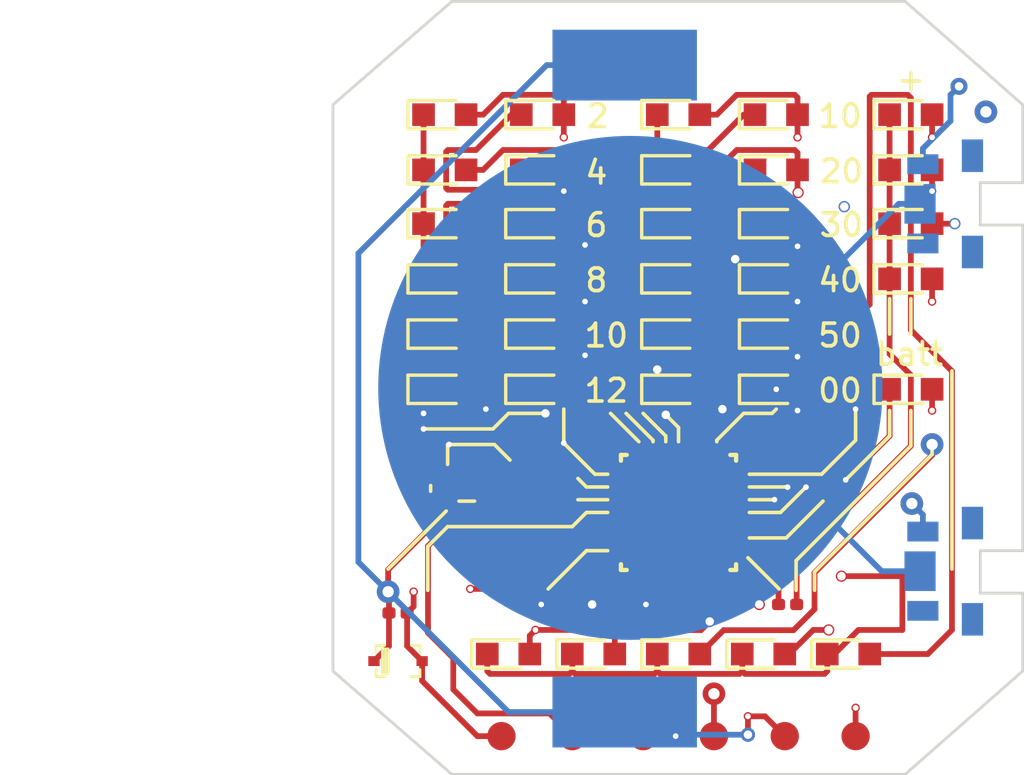
<source format=kicad_pcb>
(kicad_pcb (version 20171130) (host pcbnew "(5.1.2-1)-1")
  (layers (0 F.Cu signal) (1 In1.Cu signal hide) (2 In2.Cu signal hide) (31 B.Cu signal) (34 B.Paste user hide) (35 F.Paste user hide) (36 B.SilkS user hide) (37 F.SilkS user hide) (38 B.Mask user hide) (39 F.Mask user hide) (44 Edge.Cuts user))
  (net 0 "")
  (net 1 "Net-(C1-Pad2)")
  (net 2 GND)
  (net 3 /ROW_0)
  (net 4 "Net-(D1-Pad1)")
  (net 5 /ROW_1)
  (net 6 /ROW_2)
  (net 7 /ROW_3)
  (net 8 /ROW_4)
  (net 9 /ROW_5)
  (net 10 "Net-(D10-Pad1)")
  (net 11 "Net-(D13-Pad1)")
  (net 12 "Net-(D19-Pad1)")
  (net 13 "Net-(D25-Pad1)")
  (net 14 "Net-(D29-Pad1)")
  (net 15 "Net-(IC1-Pad2)")
  (net 16 "Net-(IC1-Pad1)")
  (net 17 "Net-(IC1-Pad6)")
  (net 18 "Net-(IC1-Pad8)")
  (net 19 "Net-(J1-Pad1)")
  (net 20 "Net-(J1-Pad3)")
  (net 21 "Net-(J1-Pad5)")
  (net 22 "Net-(J1-Pad4)")
  (net 23 /COL_0)
  (net 24 /COL_1)
  (net 25 /COL_2)
  (net 26 /COL_3)
  (net 27 /COL_4)
  (net 28 /COL_5)
  (net 29 "Net-(SW1-Pad1)")
  (net 30 "Net-(SW2-Pad1)")
  (net 31 "Net-(U1-Pad27)")
  (net 32 "Net-(U1-Pad26)")
  (net 33 "Net-(U1-Pad16)")
  (net 34 "Net-(U1-Pad10)")
  (net 35 "Net-(BAT1-PadPos)")
  (net 36 "Net-(U1-Pad17)")
  (module Source_Footprints:Switch_SPSTnew_fits (layer F.Cu) (at 181.875 88.925)
    (fp_text reference SW2 hide)
    (fp_text value SW_SPST hide)
    (pad 5 smd rect (at -0.8 4.6 90) (size 1.15 0.75) (layers B.Cu))
    (pad 4 smd rect (at -0.8 1.2 90) (size 1.15 0.75) (layers B.Cu))
    (pad 3 smd rect (at -2.55 4.3 90) (size 0.7 1.1) (layers B.Cu))
    (pad 2 smd rect (at -2.65 2.9) (size 1.1 1.4) (layers B.Cu) (net 2 GND))
    (pad 1 smd rect (at -2.55 1.5 90) (size 0.7 1.1) (layers B.Cu) (net 30 "Net-(SW2-Pad1)"))
  )
  (module Source_Footprints:Switch_SPSTnew_fits (layer F.Cu) (at 181.875 75.95)
    (fp_text reference SW1 hide)
    (fp_text value SW_SPST)
    (pad 5 smd rect (at -0.8 4.6 90) (size 1.15 0.75) (layers B.Cu))
    (pad 4 smd rect (at -0.8 1.2 90) (size 1.15 0.75) (layers B.Cu))
    (pad 3 smd rect (at -2.55 4.3 90) (size 0.7 1.1) (layers B.Cu))
    (pad 2 smd rect (at -2.65 2.9) (size 1.1 1.4) (layers B.Cu) (net 2 GND))
    (pad 1 smd rect (at -2.55 1.5 90) (size 0.7 1.1) (layers B.Cu) (net 29 "Net-(SW1-Pad1)"))
  )
  (module Source_Footprints:ICSP (layer F.Cu) (at 147 90.75 270)
    (fp_text reference J1 hide)
    (fp_text value ICSP-6)
    (pad 1 smd circle (at 6.9 -29.95 270) (size 1 1) (layers F.Cu F.Paste F.Mask) (net 19 "Net-(J1-Pad1)"))
    (pad 2 smd circle (at 6.9 -27.45 270) (size 1 1) (layers F.Cu F.Paste F.Mask) (net 35 "Net-(BAT1-PadPos)"))
    (pad 3 smd circle (at 6.9 -24.95 270) (size 1 1) (layers F.Cu F.Paste F.Mask) (net 20 "Net-(J1-Pad3)"))
    (pad 6 smd circle (at 6.9 -17.45 270) (size 1 1) (layers F.Cu F.Paste F.Mask) (net 2 GND))
    (pad 5 smd circle (at 6.9 -19.95 270) (size 1 1) (layers F.Cu F.Paste F.Mask) (net 21 "Net-(J1-Pad5)"))
    (pad 4 smd circle (at 6.9 -22.45 270) (size 1 1) (layers F.Cu F.Paste F.Mask) (net 22 "Net-(J1-Pad4)"))
  )
  (module Source_Footprints:CR2016 (layer F.Cu) (at 168.8 85.35 90)
    (fp_text reference BAT1 hide)
    (fp_text value CR2016)
    (pad Pos smd rect (at 11.4 0 90) (size 2.5 5.1) (layers B.Cu B.Paste B.Mask) (net 35 "Net-(BAT1-PadPos)"))
    (pad Pos smd rect (at -11.45 0 90) (size 2.5 5.1) (layers B.Cu B.Paste B.Mask) (net 35 "Net-(BAT1-PadPos)"))
    (pad Neg smd circle (at 0 0.2 90) (size 17.8 17.8) (layers B.Cu B.Paste B.Mask) (net 2 GND))
  )
  (module Resistor_SMD:R_0201_0603Metric (layer F.Cu) (at 176.15 88.95)
    (fp_text reference R6 hide)
    (fp_text value 330)
    (pad 2 smd roundrect (at 0.32 0) (size 0.46 0.4) (layers F.Cu F.Mask) (net 14 "Net-(D29-Pad1)"))
    (pad 1 smd roundrect (at -0.32 0) (size 0.46 0.4) (layers F.Cu F.Mask) (net 28 /COL_5))
  )
  (module Resistor_SMD:R_0201_0603Metric (layer F.Cu) (at 174.55 93)
    (fp_text reference R5 hide)
    (fp_text value 330)
    (pad 2 smd roundrect (at 0.32 0) (size 0.46 0.4) (layers F.Cu F.Mask) (net 13 "Net-(D25-Pad1)"))
    (pad 1 smd roundrect (at -0.32 0) (size 0.46 0.4) (layers F.Cu F.Mask) (net 27 /COL_4))
  )
  (module Resistor_SMD:R_0201_0603Metric (layer F.Cu) (at 172.7 93)
    (fp_text reference R4 hide)
    (fp_text value 330)
    (pad 2 smd roundrect (at 0.32 0) (size 0.46 0.4) (layers F.Cu F.Mask) (net 12 "Net-(D19-Pad1)"))
    (pad 1 smd roundrect (at -0.32 0) (size 0.46 0.4) (layers F.Cu F.Mask) (net 26 /COL_3))
  )
  (module Capacitor_SMD:C_0201_0603Metric (layer F.Cu) (at 170.5 93)
    (fp_text reference C4 hide)
    (fp_text value 100nF)
    (pad 2 smd roundrect (at 0.32 0) (size 0.46 0.4) (layers F.Cu F.Mask) (net 2 GND))
    (pad 1 smd roundrect (at -0.32 0) (size 0.46 0.4) (layers F.Cu F.Mask) (net 35 "Net-(BAT1-PadPos)"))
  )
  (module QFN45P400X400X100-29N:QFN45P400X400X100-29N (layer F.Cu) (at 170.7 89.75 90)
    (fp_text reference U1 hide)
    (fp_text value ATmega328-MMH hide)
    (pad 29 smd rect (at 0 0 90) (size 2.3876 2.3876) (layers F.Cu F.Paste F.Mask) (net 2 GND))
    (pad 28 smd rect (at -1.3462 -1.9558 270) (size 0.2794 0.762) (layers F.Cu F.Paste F.Mask) (net 23 /COL_0))
    (pad 27 smd rect (at -0.889 -1.9558 270) (size 0.2794 0.762) (layers F.Cu F.Paste F.Mask) (net 31 "Net-(U1-Pad27)"))
    (pad 26 smd rect (at -0.4572 -1.9558 270) (size 0.2794 0.762) (layers F.Cu F.Paste F.Mask) (net 32 "Net-(U1-Pad26)"))
    (pad 25 smd rect (at 0 -1.9558 270) (size 0.2794 0.762) (layers F.Cu F.Paste F.Mask) (net 21 "Net-(J1-Pad5)"))
    (pad 24 smd rect (at 0.4572 -1.9558 270) (size 0.2794 0.762) (layers F.Cu F.Paste F.Mask) (net 18 "Net-(IC1-Pad8)"))
    (pad 23 smd rect (at 0.889 -1.9558 270) (size 0.2794 0.762) (layers F.Cu F.Paste F.Mask) (net 16 "Net-(IC1-Pad1)"))
    (pad 22 smd rect (at 1.3462 -1.9558 270) (size 0.2794 0.762) (layers F.Cu F.Paste F.Mask) (net 9 /ROW_5))
    (pad 21 smd rect (at 1.9558 -1.3462) (size 0.2794 0.762) (layers F.Cu F.Paste F.Mask) (net 8 /ROW_4))
    (pad 20 smd rect (at 1.9558 -0.889) (size 0.2794 0.762) (layers F.Cu F.Paste F.Mask) (net 7 /ROW_3))
    (pad 19 smd rect (at 1.9558 -0.4572) (size 0.2794 0.762) (layers F.Cu F.Paste F.Mask) (net 6 /ROW_2))
    (pad 18 smd rect (at 1.9558 0) (size 0.2794 0.762) (layers F.Cu F.Paste F.Mask) (net 2 GND))
    (pad 17 smd rect (at 1.9558 0.4572) (size 0.2794 0.762) (layers F.Cu F.Paste F.Mask) (net 36 "Net-(U1-Pad17)"))
    (pad 16 smd rect (at 1.9558 0.889) (size 0.2794 0.762) (layers F.Cu F.Paste F.Mask) (net 33 "Net-(U1-Pad16)"))
    (pad 15 smd rect (at 1.9558 1.3462) (size 0.2794 0.762) (layers F.Cu F.Paste F.Mask) (net 20 "Net-(J1-Pad3)"))
    (pad 14 smd rect (at 1.3462 1.9558 270) (size 0.2794 0.762) (layers F.Cu F.Paste F.Mask) (net 19 "Net-(J1-Pad1)"))
    (pad 13 smd rect (at 0.889 1.9558 270) (size 0.2794 0.762) (layers F.Cu F.Paste F.Mask) (net 22 "Net-(J1-Pad4)"))
    (pad 12 smd rect (at 0.4572 1.9558 270) (size 0.2794 0.762) (layers F.Cu F.Paste F.Mask) (net 30 "Net-(SW2-Pad1)"))
    (pad 11 smd rect (at 0 1.9558 270) (size 0.2794 0.762) (layers F.Cu F.Paste F.Mask) (net 29 "Net-(SW1-Pad1)"))
    (pad 10 smd rect (at -0.4572 1.9558 270) (size 0.2794 0.762) (layers F.Cu F.Paste F.Mask) (net 34 "Net-(U1-Pad10)"))
    (pad 9 smd rect (at -0.889 1.9558 270) (size 0.2794 0.762) (layers F.Cu F.Paste F.Mask) (net 28 /COL_5))
    (pad 8 smd rect (at -1.3462 1.9558 270) (size 0.2794 0.762) (layers F.Cu F.Paste F.Mask) (net 27 /COL_4))
    (pad 7 smd rect (at -1.9558 1.3462) (size 0.2794 0.762) (layers F.Cu F.Paste F.Mask) (net 26 /COL_3))
    (pad 6 smd rect (at -1.9558 0.889) (size 0.2794 0.762) (layers F.Cu F.Paste F.Mask) (net 5 /ROW_1))
    (pad 5 smd rect (at -1.9558 0.4572) (size 0.2794 0.762) (layers F.Cu F.Paste F.Mask) (net 3 /ROW_0))
    (pad 4 smd rect (at -1.9558 0) (size 0.2794 0.762) (layers F.Cu F.Paste F.Mask) (net 2 GND))
    (pad 3 smd rect (at -1.9558 -0.4572) (size 0.2794 0.762) (layers F.Cu F.Paste F.Mask) (net 35 "Net-(BAT1-PadPos)"))
    (pad 2 smd rect (at -1.9558 -0.889) (size 0.2794 0.762) (layers F.Cu F.Paste F.Mask) (net 25 /COL_2))
    (pad 1 smd rect (at -1.9558 -1.3462) (size 0.2794 0.762) (layers F.Cu F.Paste F.Mask) (net 24 /COL_1))
  )
  (module Resistor_SMD:R_0201_0603Metric (layer F.Cu) (at 168.6 93 180)
    (fp_text reference R3 hide)
    (fp_text value 330)
    (pad 2 smd roundrect (at 0.32 0 180) (size 0.46 0.4) (layers F.Cu F.Mask) (net 11 "Net-(D13-Pad1)"))
    (pad 1 smd roundrect (at -0.32 0 180) (size 0.46 0.4) (layers F.Cu F.Mask) (net 25 /COL_2))
  )
  (module Resistor_SMD:R_0201_0603Metric (layer F.Cu) (at 166.7 93 180)
    (fp_text reference R2 hide)
    (fp_text value 330)
    (pad 2 smd roundrect (at 0.32 0 180) (size 0.46 0.4) (layers F.Cu F.Mask) (net 10 "Net-(D10-Pad1)"))
    (pad 1 smd roundrect (at -0.32 0 180) (size 0.46 0.4) (layers F.Cu F.Mask) (net 24 /COL_1))
  )
  (module Resistor_SMD:R_0201_0603Metric (layer F.Cu) (at 164.55 92.45 180)
    (fp_text reference R1 hide)
    (fp_text value 330)
    (pad 2 smd roundrect (at 0.32 0 180) (size 0.46 0.4) (layers F.Cu F.Mask) (net 4 "Net-(D1-Pad1)"))
    (pad 1 smd roundrect (at -0.32 0 180) (size 0.46 0.4) (layers F.Cu F.Mask) (net 23 /COL_0))
  )
  (module Capacitor_SMD:C_0201_0603Metric (layer F.Cu) (at 162.25 89.35 180)
    (fp_text reference C1 hide)
    (fp_text value 100nF)
    (pad 2 smd roundrect (at 0.32 0 180) (size 0.46 0.4) (layers F.Cu F.Mask) (net 1 "Net-(C1-Pad2)"))
    (pad 1 smd roundrect (at -0.32 0 180) (size 0.46 0.4) (layers F.Cu F.Mask) (net 35 "Net-(BAT1-PadPos)"))
  )
  (module Capacitor_SMD:C_0201_0603Metric (layer F.Cu) (at 162.25 88.4)
    (fp_text reference C2 hide)
    (fp_text value 10uF)
    (pad 2 smd roundrect (at 0.32 0) (size 0.46 0.4) (layers F.Cu F.Mask) (net 2 GND))
    (pad 1 smd roundrect (at -0.32 0) (size 0.46 0.4) (layers F.Cu F.Mask) (net 1 "Net-(C1-Pad2)"))
  )
  (module Capacitor_SMD:C_0201_0603Metric (layer F.Cu) (at 160.8 93.3)
    (fp_text reference C3 hide)
    (fp_text value 100nF)
    (pad 2 smd roundrect (at 0.32 0) (size 0.46 0.4) (layers F.Cu F.Mask) (net 2 GND))
    (pad 1 smd roundrect (at -0.32 0) (size 0.46 0.4) (layers F.Cu F.Mask) (net 35 "Net-(BAT1-PadPos)"))
  )
  (module Source_Footprints:LED_0603 (layer F.Cu) (at 178.9 77.65)
    (fp_text reference D26 hide)
    (fp_text value WHITE_+MIN)
    (pad 2 smd rect (at 0.75 0) (size 0.8 0.8) (layers F.Cu F.Paste F.Mask) (net 5 /ROW_1))
    (pad 1 smd rect (at -0.75 0) (size 0.8 0.8) (layers F.Cu F.Paste F.Mask) (net 13 "Net-(D25-Pad1)"))
  )
  (module Source_Footprints:SOD-523 (layer F.Cu) (at 160.8 95)
    (fp_text reference D35 hide)
    (fp_text value BAT42W-V)
    (pad A smd rect (at 0.85 0) (size 0.4 0.35) (layers F.Cu F.Paste F.Mask) (net 2 GND))
    (pad C smd rect (at -0.85 0) (size 0.4 0.35) (layers F.Cu F.Paste F.Mask) (net 35 "Net-(BAT1-PadPos)"))
  )
  (module Source_Footprints:LED_0603 (layer F.Cu) (at 162.45 75.7)
    (fp_text reference D1 hide)
    (fp_text value RED_HR)
    (pad 2 smd rect (at 0.75 0) (size 0.8 0.8) (layers F.Cu F.Paste F.Mask) (net 3 /ROW_0))
    (pad 1 smd rect (at -0.75 0) (size 0.8 0.8) (layers F.Cu F.Paste F.Mask) (net 4 "Net-(D1-Pad1)"))
  )
  (module Source_Footprints:LED_0603 (layer F.Cu) (at 162.45 77.65)
    (fp_text reference D2 hide)
    (fp_text value RED_HR)
    (pad 2 smd rect (at 0.75 0) (size 0.8 0.8) (layers F.Cu F.Paste F.Mask) (net 5 /ROW_1))
    (pad 1 smd rect (at -0.75 0) (size 0.8 0.8) (layers F.Cu F.Paste F.Mask) (net 4 "Net-(D1-Pad1)"))
  )
  (module Source_Footprints:LED_0603 (layer F.Cu) (at 162.45 79.55)
    (fp_text reference D3 hide)
    (fp_text value RED_HR)
    (pad 2 smd rect (at 0.75 0) (size 0.8 0.8) (layers F.Cu F.Paste F.Mask) (net 6 /ROW_2))
    (pad 1 smd rect (at -0.75 0) (size 0.8 0.8) (layers F.Cu F.Paste F.Mask) (net 4 "Net-(D1-Pad1)"))
  )
  (module Source_Footprints:LED_0603 (layer F.Cu) (at 162.45 81.5)
    (fp_text reference D4 hide)
    (fp_text value RED_HR)
    (pad 2 smd rect (at 0.75 0) (size 0.8 0.8) (layers F.Cu F.Paste F.Mask) (net 7 /ROW_3))
    (pad 1 smd rect (at -0.75 0) (size 0.8 0.8) (layers F.Cu F.Paste F.Mask) (net 4 "Net-(D1-Pad1)"))
  )
  (module Source_Footprints:LED_0603 (layer F.Cu) (at 162.45 83.45)
    (fp_text reference D5 hide)
    (fp_text value RED_HR)
    (pad 2 smd rect (at 0.75 0) (size 0.8 0.8) (layers F.Cu F.Paste F.Mask) (net 8 /ROW_4))
    (pad 1 smd rect (at -0.75 0) (size 0.8 0.8) (layers F.Cu F.Paste F.Mask) (net 4 "Net-(D1-Pad1)"))
  )
  (module Source_Footprints:LED_0603 (layer F.Cu) (at 162.45 85.4)
    (fp_text reference D6 hide)
    (fp_text value RED_HR)
    (pad 2 smd rect (at 0.75 0) (size 0.8 0.8) (layers F.Cu F.Paste F.Mask) (net 9 /ROW_5))
    (pad 1 smd rect (at -0.75 0) (size 0.8 0.8) (layers F.Cu F.Paste F.Mask) (net 4 "Net-(D1-Pad1)"))
  )
  (module Source_Footprints:LED_0603 (layer F.Cu) (at 165.9 75.7)
    (fp_text reference D7 hide)
    (fp_text value RED_HR)
    (pad 2 smd rect (at 0.75 0) (size 0.8 0.8) (layers F.Cu F.Paste F.Mask) (net 3 /ROW_0))
    (pad 1 smd rect (at -0.75 0) (size 0.8 0.8) (layers F.Cu F.Paste F.Mask) (net 10 "Net-(D10-Pad1)"))
  )
  (module Source_Footprints:LED_0603 (layer F.Cu) (at 165.9 77.65)
    (fp_text reference D8 hide)
    (fp_text value RED_HR)
    (pad 2 smd rect (at 0.75 0) (size 0.8 0.8) (layers F.Cu F.Paste F.Mask) (net 5 /ROW_1))
    (pad 1 smd rect (at -0.75 0) (size 0.8 0.8) (layers F.Cu F.Paste F.Mask) (net 10 "Net-(D10-Pad1)"))
  )
  (module Source_Footprints:LED_0603 (layer F.Cu) (at 165.9 79.55)
    (fp_text reference D9 hide)
    (fp_text value RED_HR)
    (pad 2 smd rect (at 0.75 0) (size 0.8 0.8) (layers F.Cu F.Paste F.Mask) (net 6 /ROW_2))
    (pad 1 smd rect (at -0.75 0) (size 0.8 0.8) (layers F.Cu F.Paste F.Mask) (net 10 "Net-(D10-Pad1)"))
  )
  (module Source_Footprints:LED_0603 (layer F.Cu) (at 165.9 81.5)
    (fp_text reference D10 hide)
    (fp_text value RED_HR)
    (pad 2 smd rect (at 0.75 0) (size 0.8 0.8) (layers F.Cu F.Paste F.Mask) (net 7 /ROW_3))
    (pad 1 smd rect (at -0.75 0) (size 0.8 0.8) (layers F.Cu F.Paste F.Mask) (net 10 "Net-(D10-Pad1)"))
  )
  (module Source_Footprints:LED_0603 (layer F.Cu) (at 165.9 83.45)
    (fp_text reference D11 hide)
    (fp_text value RED_HR)
    (pad 2 smd rect (at 0.75 0) (size 0.8 0.8) (layers F.Cu F.Paste F.Mask) (net 8 /ROW_4))
    (pad 1 smd rect (at -0.75 0) (size 0.8 0.8) (layers F.Cu F.Paste F.Mask) (net 10 "Net-(D10-Pad1)"))
  )
  (module Source_Footprints:LED_0603 (layer F.Cu) (at 165.9 85.4)
    (fp_text reference D12 hide)
    (fp_text value RED_HR)
    (pad 2 smd rect (at 0.75 0) (size 0.8 0.8) (layers F.Cu F.Paste F.Mask) (net 9 /ROW_5))
    (pad 1 smd rect (at -0.75 0) (size 0.8 0.8) (layers F.Cu F.Paste F.Mask) (net 10 "Net-(D10-Pad1)"))
  )
  (module Source_Footprints:LED_0603 (layer F.Cu) (at 170.7 75.7)
    (fp_text reference D13 hide)
    (fp_text value BLUE_MIN)
    (pad 2 smd rect (at 0.75 0) (size 0.8 0.8) (layers F.Cu F.Paste F.Mask) (net 3 /ROW_0))
    (pad 1 smd rect (at -0.75 0) (size 0.8 0.8) (layers F.Cu F.Paste F.Mask) (net 11 "Net-(D13-Pad1)"))
  )
  (module Source_Footprints:LED_0603 (layer F.Cu) (at 170.7 77.65)
    (fp_text reference D14 hide)
    (fp_text value BLUE_MIN)
    (pad 2 smd rect (at 0.75 0) (size 0.8 0.8) (layers F.Cu F.Paste F.Mask) (net 5 /ROW_1))
    (pad 1 smd rect (at -0.75 0) (size 0.8 0.8) (layers F.Cu F.Paste F.Mask) (net 11 "Net-(D13-Pad1)"))
  )
  (module Source_Footprints:LED_0603 (layer F.Cu) (at 170.7 79.55)
    (fp_text reference D15 hide)
    (fp_text value BLUE_MIN)
    (pad 2 smd rect (at 0.75 0) (size 0.8 0.8) (layers F.Cu F.Paste F.Mask) (net 6 /ROW_2))
    (pad 1 smd rect (at -0.75 0) (size 0.8 0.8) (layers F.Cu F.Paste F.Mask) (net 11 "Net-(D13-Pad1)"))
  )
  (module Source_Footprints:LED_0603 (layer F.Cu) (at 170.7 81.5)
    (fp_text reference D16 hide)
    (fp_text value BLUE_MIN)
    (pad 2 smd rect (at 0.75 0) (size 0.8 0.8) (layers F.Cu F.Paste F.Mask) (net 7 /ROW_3))
    (pad 1 smd rect (at -0.75 0) (size 0.8 0.8) (layers F.Cu F.Paste F.Mask) (net 11 "Net-(D13-Pad1)"))
  )
  (module Source_Footprints:LED_0603 (layer F.Cu) (at 170.7 83.45)
    (fp_text reference D17 hide)
    (fp_text value BLUE_MIN)
    (pad 2 smd rect (at 0.75 0) (size 0.8 0.8) (layers F.Cu F.Paste F.Mask) (net 8 /ROW_4))
    (pad 1 smd rect (at -0.75 0) (size 0.8 0.8) (layers F.Cu F.Paste F.Mask) (net 11 "Net-(D13-Pad1)"))
  )
  (module Source_Footprints:LED_0603 (layer F.Cu) (at 170.7 85.4)
    (fp_text reference D18 hide)
    (fp_text value BLUE_MIN)
    (pad 2 smd rect (at 0.75 0) (size 0.8 0.8) (layers F.Cu F.Paste F.Mask) (net 9 /ROW_5))
    (pad 1 smd rect (at -0.75 0) (size 0.8 0.8) (layers F.Cu F.Paste F.Mask) (net 11 "Net-(D13-Pad1)"))
  )
  (module Source_Footprints:LED_0603 (layer F.Cu) (at 174.15 75.7)
    (fp_text reference D19 hide)
    (fp_text value BLUE_MIN)
    (pad 2 smd rect (at 0.75 0) (size 0.8 0.8) (layers F.Cu F.Paste F.Mask) (net 3 /ROW_0))
    (pad 1 smd rect (at -0.75 0) (size 0.8 0.8) (layers F.Cu F.Paste F.Mask) (net 12 "Net-(D19-Pad1)"))
  )
  (module Source_Footprints:LED_0603 (layer F.Cu) (at 174.15 77.65)
    (fp_text reference D20 hide)
    (fp_text value BLUE_MIN)
    (pad 2 smd rect (at 0.75 0) (size 0.8 0.8) (layers F.Cu F.Paste F.Mask) (net 5 /ROW_1))
    (pad 1 smd rect (at -0.75 0) (size 0.8 0.8) (layers F.Cu F.Paste F.Mask) (net 12 "Net-(D19-Pad1)"))
  )
  (module Source_Footprints:LED_0603 (layer F.Cu) (at 174.15 79.55)
    (fp_text reference D21 hide)
    (fp_text value BLUE_MIN)
    (pad 2 smd rect (at 0.75 0) (size 0.8 0.8) (layers F.Cu F.Paste F.Mask) (net 6 /ROW_2))
    (pad 1 smd rect (at -0.75 0) (size 0.8 0.8) (layers F.Cu F.Paste F.Mask) (net 12 "Net-(D19-Pad1)"))
  )
  (module Source_Footprints:LED_0603 (layer F.Cu) (at 174.15 81.5)
    (fp_text reference D22 hide)
    (fp_text value BLUE_MIN)
    (pad 2 smd rect (at 0.75 0) (size 0.8 0.8) (layers F.Cu F.Paste F.Mask) (net 7 /ROW_3))
    (pad 1 smd rect (at -0.75 0) (size 0.8 0.8) (layers F.Cu F.Paste F.Mask) (net 12 "Net-(D19-Pad1)"))
  )
  (module Source_Footprints:LED_0603 (layer F.Cu) (at 174.15 83.45)
    (fp_text reference D23 hide)
    (fp_text value BLUE_MIN)
    (pad 2 smd rect (at 0.75 0) (size 0.8 0.8) (layers F.Cu F.Paste F.Mask) (net 8 /ROW_4))
    (pad 1 smd rect (at -0.75 0) (size 0.8 0.8) (layers F.Cu F.Paste F.Mask) (net 12 "Net-(D19-Pad1)"))
  )
  (module Source_Footprints:LED_0603 (layer F.Cu) (at 174.15 85.4)
    (fp_text reference D24 hide)
    (fp_text value BLUE_MIN)
    (pad 2 smd rect (at 0.75 0) (size 0.8 0.8) (layers F.Cu F.Paste F.Mask) (net 9 /ROW_5))
    (pad 1 smd rect (at -0.75 0) (size 0.8 0.8) (layers F.Cu F.Paste F.Mask) (net 12 "Net-(D19-Pad1)"))
  )
  (module Source_Footprints:LED_0603 (layer F.Cu) (at 178.9 75.7)
    (fp_text reference D25 hide)
    (fp_text value WHITE_+MIN)
    (pad 2 smd rect (at 0.75 0) (size 0.8 0.8) (layers F.Cu F.Paste F.Mask) (net 3 /ROW_0))
    (pad 1 smd rect (at -0.75 0) (size 0.8 0.8) (layers F.Cu F.Paste F.Mask) (net 13 "Net-(D25-Pad1)"))
  )
  (module Source_Footprints:LED_0603 (layer F.Cu) (at 178.9 79.55)
    (fp_text reference D27 hide)
    (fp_text value WHITE_+MIN)
    (pad 2 smd rect (at 0.75 0) (size 0.8 0.8) (layers F.Cu F.Paste F.Mask) (net 6 /ROW_2))
    (pad 1 smd rect (at -0.75 0) (size 0.8 0.8) (layers F.Cu F.Paste F.Mask) (net 13 "Net-(D25-Pad1)"))
  )
  (module Source_Footprints:LED_0603 (layer F.Cu) (at 178.9 81.5)
    (fp_text reference D28 hide)
    (fp_text value WHITE_+MIN)
    (pad 2 smd rect (at 0.75 0) (size 0.8 0.8) (layers F.Cu F.Paste F.Mask) (net 7 /ROW_3))
    (pad 1 smd rect (at -0.75 0) (size 0.8 0.8) (layers F.Cu F.Paste F.Mask) (net 13 "Net-(D25-Pad1)"))
  )
  (module Source_Footprints:LED_0603 (layer F.Cu) (at 164.7 94.75)
    (fp_text reference D29 hide)
    (fp_text value RED_DAY)
    (pad 2 smd rect (at 0.75 0) (size 0.8 0.8) (layers F.Cu F.Paste F.Mask) (net 3 /ROW_0))
    (pad 1 smd rect (at -0.75 0) (size 0.8 0.8) (layers F.Cu F.Paste F.Mask) (net 14 "Net-(D29-Pad1)"))
  )
  (module Source_Footprints:LED_0603 (layer F.Cu) (at 167.7 94.75)
    (fp_text reference D30 hide)
    (fp_text value RED_DAY)
    (pad 2 smd rect (at 0.75 0) (size 0.8 0.8) (layers F.Cu F.Paste F.Mask) (net 5 /ROW_1))
    (pad 1 smd rect (at -0.75 0) (size 0.8 0.8) (layers F.Cu F.Paste F.Mask) (net 14 "Net-(D29-Pad1)"))
  )
  (module Source_Footprints:LED_0603 (layer F.Cu) (at 170.7 94.75)
    (fp_text reference D31 hide)
    (fp_text value RED_DAY)
    (pad 2 smd rect (at 0.75 0) (size 0.8 0.8) (layers F.Cu F.Paste F.Mask) (net 6 /ROW_2))
    (pad 1 smd rect (at -0.75 0) (size 0.8 0.8) (layers F.Cu F.Paste F.Mask) (net 14 "Net-(D29-Pad1)"))
  )
  (module Source_Footprints:LED_0603 (layer F.Cu) (at 173.7 94.75)
    (fp_text reference D32 hide)
    (fp_text value RED_DAY)
    (pad 2 smd rect (at 0.75 0) (size 0.8 0.8) (layers F.Cu F.Paste F.Mask) (net 7 /ROW_3))
    (pad 1 smd rect (at -0.75 0) (size 0.8 0.8) (layers F.Cu F.Paste F.Mask) (net 14 "Net-(D29-Pad1)"))
  )
  (module Source_Footprints:LED_0603 (layer F.Cu) (at 176.7 94.75)
    (fp_text reference D33 hide)
    (fp_text value RED_DAY)
    (pad 2 smd rect (at 0.75 0) (size 0.8 0.8) (layers F.Cu F.Paste F.Mask) (net 8 /ROW_4))
    (pad 1 smd rect (at -0.75 0) (size 0.8 0.8) (layers F.Cu F.Paste F.Mask) (net 14 "Net-(D29-Pad1)"))
  )
  (module Source_Footprints:LED_0603 (layer F.Cu) (at 178.9 85.4)
    (fp_text reference D34 hide)
    (fp_text value RED_BATT)
    (pad 2 smd rect (at 0.75 0) (size 0.8 0.8) (layers F.Cu F.Paste F.Mask) (net 9 /ROW_5))
    (pad 1 smd rect (at -0.75 0) (size 0.8 0.8) (layers F.Cu F.Paste F.Mask) (net 14 "Net-(D29-Pad1)"))
  )
  (module M41T62LC6F:LCC90P230X50X80-8N (layer F.Cu) (at 165.3 88.85 180)
    (fp_text reference IC1 hide)
    (fp_text value M41T62LC6F hide)
    (pad 4 smd rect (at 1.35 0.45 180) (size 0.4 0.42) (layers F.Cu F.Paste F.Mask))
    (pad 3 smd rect (at 0.45 0.45 180) (size 0.4 0.42) (layers F.Cu F.Paste F.Mask) (net 2 GND))
    (pad 2 smd rect (at -0.45 0.45 180) (size 0.4 0.42) (layers F.Cu F.Paste F.Mask) (net 15 "Net-(IC1-Pad2)"))
    (pad 1 smd rect (at -1.35 0.45 180) (size 0.4 0.42) (layers F.Cu F.Paste F.Mask) (net 16 "Net-(IC1-Pad1)"))
    (pad 5 smd rect (at 1.35 -0.45 180) (size 0.4 0.42) (layers F.Cu F.Paste F.Mask) (net 35 "Net-(BAT1-PadPos)"))
    (pad 6 smd rect (at 0.45 -0.45 180) (size 0.4 0.42) (layers F.Cu F.Paste F.Mask) (net 17 "Net-(IC1-Pad6)"))
    (pad 7 smd rect (at -0.45 -0.45 180) (size 0.4 0.42) (layers F.Cu F.Paste F.Mask))
    (pad 8 smd rect (at -1.35 -0.45 180) (size 0.4 0.42) (layers F.Cu F.Paste F.Mask) (net 18 "Net-(IC1-Pad8)"))
  )
  (gr_line (start 174 86.25) (end 174.15 86.1) (layer F.SilkS) (width 0.127))
  (gr_line (start 164.7 86.25) (end 164.15 86.8) (layer F.SilkS) (width 0.127))
  (gr_line (start 164.15 86.8) (end 161.7 86.8) (layer F.SilkS) (width 0.127))
  (gr_line (start 169.3 87.25) (end 168.3 86.25) (layer F.SilkS) (width 0.127))
  (gr_line (start 161.95 88.8) (end 161.95 89) (layer F.SilkS) (width 0.127))
  (gr_line (start 176.95 86.15) (end 176.95 87.2) (layer F.SilkS) (width 0.127))
  (gr_line (start 176.95 87.2) (end 175.75 88.4) (layer F.SilkS) (width 0.127))
  (gr_line (start 175.75 88.4) (end 173.2 88.4) (layer F.SilkS) (width 0.127))
  (gr_line (start 178.15 86.15) (end 178.15 87.05) (layer F.SilkS) (width 0.127))
  (gr_line (start 178.15 87.05) (end 176.6 88.6) (layer F.SilkS) (width 0.127))
  (gr_line (start 178.9 86.15) (end 178.9 87.4) (layer F.SilkS) (width 0.127))
  (gr_line (start 178.9 87.4) (end 174.85 91.45) (layer F.SilkS) (width 0.127))
  (gr_line (start 174.85 91.45) (end 174.85 92.5) (layer F.SilkS) (width 0.127))
  (gr_line (start 173.15 91.35) (end 174.25 92.45) (layer F.SilkS) (width 0.127))
  (gr_line (start 175.8 89.35) (end 174.5 90.65) (layer F.SilkS) (width 0.127))
  (gr_line (start 174.5 90.65) (end 173.2 90.65) (layer F.SilkS) (width 0.127))
  (gr_line (start 175.2 88.85) (end 174.3 89.75) (layer F.SilkS) (width 0.127))
  (gr_line (start 174.3 89.75) (end 173.2 89.75) (layer F.SilkS) (width 0.127))
  (gr_line (start 174.1 89.3) (end 173.2 89.3) (layer F.SilkS) (width 0.127))
  (gr_line (start 174.55 88.85) (end 173.2 88.85) (layer F.SilkS) (width 0.127))
  (gr_line (start 170.2 86.25) (end 170.7 86.75) (layer F.SilkS) (width 0.127))
  (gr_line (start 170.7 86.75) (end 170.7 87.25) (layer F.SilkS) (width 0.127))
  (gr_line (start 170.25 87.25) (end 170.25 87.05) (layer F.SilkS) (width 0.127))
  (gr_line (start 170.25 87.05) (end 169.45 86.25) (layer F.SilkS) (width 0.127))
  (gr_line (start 172.05 87.25) (end 172.05 87.2) (layer F.SilkS) (width 0.127))
  (gr_line (start 172.05 87.2) (end 173 86.25) (layer F.SilkS) (width 0.127))
  (gr_line (start 173 86.25) (end 174 86.25) (layer F.SilkS) (width 0.127))
  (gr_line (start 169.8 87.25) (end 169.8 87.2) (layer F.SilkS) (width 0.127))
  (gr_line (start 169.8 87.2) (end 168.85 86.25) (layer F.SilkS) (width 0.127))
  (gr_line (start 166.65 86.1) (end 166.65 87.3) (layer F.SilkS) (width 0.127))
  (gr_line (start 166.65 87.3) (end 167.75 88.4) (layer F.SilkS) (width 0.127))
  (gr_line (start 167.75 88.4) (end 168.2 88.4) (layer F.SilkS) (width 0.127))
  (gr_line (start 167.15 88.55) (end 167.45 88.85) (layer F.SilkS) (width 0.127))
  (gr_line (start 167.45 88.85) (end 168.2 88.85) (layer F.SilkS) (width 0.127))
  (gr_line (start 167.15 89.3) (end 168.2 89.3) (layer F.SilkS) (width 0.127))
  (gr_line (start 168.2 89.75) (end 167.45 89.75) (layer F.SilkS) (width 0.127))
  (gr_line (start 167.45 89.75) (end 166.95 90.25) (layer F.SilkS) (width 0.127))
  (gr_line (start 166.95 90.25) (end 162.55 90.25) (layer F.SilkS) (width 0.127))
  (gr_line (start 162.55 90.25) (end 161.85 90.95) (layer F.SilkS) (width 0.127))
  (gr_line (start 161.85 90.95) (end 161.85 92.5) (layer F.SilkS) (width 0.127))
  (gr_line (start 168.2 91.1) (end 167.45 91.1) (layer F.SilkS) (width 0.127))
  (gr_line (start 167.45 91.1) (end 166.1 92.45) (layer F.SilkS) (width 0.127))
  (gr_line (start 160.45 91.75) (end 162.5 89.7) (layer F.SilkS) (width 0.127))
  (gr_line (start 162.55 88.05) (end 162.55 87.35) (layer F.SilkS) (width 0.127))
  (gr_line (start 162.55 87.35) (end 164.2 87.35) (layer F.SilkS) (width 0.127))
  (gr_line (start 164.2 87.35) (end 164.75 87.9) (layer F.SilkS) (width 0.127))
  (gr_line (start 164.7 86.25) (end 166 86.25) (layer F.SilkS) (width 0.127))
  (gr_line (start 178.15 82.2) (end 178.15 83.45) (layer F.SilkS) (width 0.127))
  (gr_line (start 178.9 82.2) (end 178.9 83.45) (layer F.SilkS) (width 0.127))
  (gr_line (start 180.35 84.75) (end 180.35 91.75) (layer F.SilkS) (width 0.127))
  (gr_line (start 175.5 91.85) (end 179.65 87.7) (layer F.SilkS) (width 0.127))
  (gr_line (start 179.65 87.7) (end 179.65 87.35) (layer F.SilkS) (width 0.127))
  (gr_line (start 175.5 91.85) (end 175.5 92.5) (layer F.SilkS) (width 0.127))
  (gr_line (start 162.95 89.35) (end 163.5 89.35) (layer F.SilkS) (width 0.127))
  (gr_text 00 (at 176.4 85.45) (layer F.SilkS) (effects (font (size 0.8 0.8) (thickness 0.13))))
  (gr_text + (at 178.9 74.45) (layer F.SilkS) (effects (font (size 0.8 0.8) (thickness 0.13))))
  (gr_text batt (at 178.85 84.15) (layer F.SilkS) (effects (font (size 0.8 0.8) (thickness 0.13))))
  (gr_text 50 (at 176.4 83.5) (layer F.SilkS) (effects (font (size 0.8 0.8) (thickness 0.13))))
  (gr_text 40 (at 176.4 81.55) (layer F.SilkS) (effects (font (size 0.8 0.8) (thickness 0.13))))
  (gr_text 30 (at 176.45 79.6) (layer F.SilkS) (effects (font (size 0.8 0.8) (thickness 0.13))))
  (gr_text 20 (at 176.45 77.7) (layer F.SilkS) (effects (font (size 0.8 0.8) (thickness 0.13))))
  (gr_text 10 (at 176.4 75.75) (layer F.SilkS) (effects (font (size 0.8 0.8) (thickness 0.13))))
  (gr_text 12 (at 168.15 85.45) (layer F.SilkS) (effects (font (size 0.8 0.8) (thickness 0.13))))
  (gr_text 10 (at 168.15 83.5) (layer F.SilkS) (effects (font (size 0.8 0.8) (thickness 0.13))))
  (gr_text 8 (at 167.8 81.55) (layer F.SilkS) (effects (font (size 0.8 0.8) (thickness 0.13))))
  (gr_text 6 (at 167.8 79.6) (layer F.SilkS) (effects (font (size 0.8 0.8) (thickness 0.13))))
  (gr_text 4 (at 167.8 77.75) (layer F.SilkS) (effects (font (size 0.8 0.8) (thickness 0.13))))
  (gr_text 2 (at 167.85 75.75) (layer F.SilkS) (effects (font (size 0.8 0.8) (thickness 0.13))))
  (gr_line (start 182.85 92.6) (end 182.85 95.35) (layer Edge.Cuts) (width 0.1))
  (gr_line (start 182.85 79.6) (end 182.85 91.1) (layer Edge.Cuts) (width 0.1))
  (gr_line (start 182.85 75.35) (end 182.85 78.1) (layer Edge.Cuts) (width 0.1))
  (gr_line (start 181.35 79.6) (end 182.85 79.6) (layer Edge.Cuts) (width 0.1))
  (gr_line (start 181.35 78.1) (end 181.35 79.6) (layer Edge.Cuts) (width 0.1))
  (gr_line (start 182.85 78.1) (end 181.35 78.1) (layer Edge.Cuts) (width 0.1))
  (gr_line (start 181.35 91.1) (end 182.85 91.1) (layer Edge.Cuts) (width 0.1))
  (gr_line (start 181.35 92.6) (end 181.35 91.1) (layer Edge.Cuts) (width 0.1))
  (gr_line (start 182.85 92.6) (end 181.35 92.6) (layer Edge.Cuts) (width 0.1))
  (gr_line (start 178.7 71.7) (end 162.7 71.7) (layer Edge.Cuts) (width 0.1))
  (gr_line (start 182.85 75.35) (end 178.7 71.7) (layer Edge.Cuts) (width 0.1))
  (gr_line (start 178.7 99) (end 182.85 95.35) (layer Edge.Cuts) (width 0.1))
  (gr_line (start 162.7 99) (end 178.7 99) (layer Edge.Cuts) (width 0.1))
  (gr_line (start 158.5 95.35) (end 162.7 99) (layer Edge.Cuts) (width 0.1))
  (gr_line (start 158.5 75.35) (end 158.5 95.35) (layer Edge.Cuts) (width 0.1))
  (gr_line (start 162.7 71.7) (end 158.5 75.35) (layer Edge.Cuts) (width 0.1))
  (segment (start 161.93 88.4) (end 161.93 89.35) (width 0.2032) (layer F.Cu) (net 1))
  (segment (start 170.7 92.58) (end 170.7 92.29) (width 0.2032) (layer F.Cu) (net 2))
  (segment (start 170.7 92.29) (end 170.7 91.7058) (width 0.2032) (layer F.Cu) (net 2))
  (segment (start 170.82 92.7) (end 170.7 92.58) (width 0.2032) (layer F.Cu) (net 2))
  (segment (start 170.82 93) (end 170.82 92.7) (width 0.2032) (layer F.Cu) (net 2))
  (segment (start 170.7 91.7058) (end 170.7 87.7942) (width 0.2032) (layer F.Cu) (net 2))
  (via micro (at 161.35 92.55) (size 0.3048) (drill 0.2032) (layers F.Cu In1.Cu) (net 2))
  (segment (start 161.12 94.47) (end 161.65 95) (width 0.2032) (layer F.Cu) (net 2))
  (segment (start 161.12 93.3) (end 161.12 94.47) (width 0.2032) (layer F.Cu) (net 2))
  (via micro (at 161.7 86.8) (size 0.3048) (drill 0.2032) (layers F.Cu In1.Cu) (net 2))
  (segment (start 164.5632 87.7) (end 164.85 87.9868) (width 0.2032) (layer F.Cu) (net 2))
  (segment (start 164.85 87.9868) (end 164.85 88.4) (width 0.2032) (layer F.Cu) (net 2))
  (segment (start 164.55 87.7) (end 164.5632 87.7) (width 0.2032) (layer F.Cu) (net 2))
  (segment (start 164.55 87.7) (end 164.2 87.35) (width 0.2032) (layer F.Cu) (net 2))
  (segment (start 164.2 87.35) (end 162.6 87.35) (width 0.2032) (layer F.Cu) (net 2))
  (via micro (at 162.6 87.35) (size 0.3048) (drill 0.2032) (layers F.Cu In1.Cu) (net 2))
  (segment (start 162.57 87.38) (end 162.6 87.35) (width 0.2032) (layer F.Cu) (net 2))
  (segment (start 162.57 88.4) (end 162.57 87.38) (width 0.2032) (layer F.Cu) (net 2))
  (segment (start 164.45 97.65) (end 163.6 97.65) (width 0.2032) (layer F.Cu) (net 2))
  (segment (start 161.65 95.7) (end 161.65 95) (width 0.2032) (layer F.Cu) (net 2))
  (segment (start 163.6 97.65) (end 161.65 95.7) (width 0.2032) (layer F.Cu) (net 2))
  (segment (start 161.35 93.07) (end 161.35 92.55) (width 0.2032) (layer F.Cu) (net 2))
  (segment (start 161.12 93.3) (end 161.35 93.07) (width 0.2032) (layer F.Cu) (net 2))
  (via (at 166 86.25) (size 0.4) (drill 0.3) (layers F.Cu B.Cu) (net 2))
  (segment (start 164.7 86.25) (end 166 86.25) (width 0.2032) (layer F.Cu) (net 2))
  (via (at 170.25 86.3) (size 0.4) (drill 0.3) (layers F.Cu B.Cu) (net 2))
  (segment (start 170.258868 86.356075) (end 170.458867 86.556074) (width 0.2032) (layer B.Cu) (net 2))
  (segment (start 169 85.35) (end 169.252792 85.35) (width 0.2032) (layer B.Cu) (net 2))
  (segment (start 169.252792 85.35) (end 170.258868 86.356075) (width 0.2032) (layer B.Cu) (net 2))
  (segment (start 170.7 87.7942) (end 170.7 86.8) (width 0.2032) (layer F.Cu) (net 2))
  (segment (start 170.7 86.75) (end 170.7 86.8) (width 0.2032) (layer F.Cu) (net 2))
  (segment (start 170.25 86.3) (end 170.7 86.75) (width 0.2032) (layer F.Cu) (net 2))
  (segment (start 164.15 86.8) (end 161.7 86.8) (width 0.2032) (layer F.Cu) (net 2))
  (segment (start 164.7 86.25) (end 164.15 86.8) (width 0.2032) (layer F.Cu) (net 2))
  (segment (start 171.9718 85.35) (end 169 85.35) (width 0.2032) (layer B.Cu) (net 2))
  (segment (start 178.4718 78.85) (end 171.9718 85.35) (width 0.2032) (layer B.Cu) (net 2))
  (segment (start 179.225 78.85) (end 178.4718 78.85) (width 0.2032) (layer B.Cu) (net 2))
  (segment (start 177.8468 91.8) (end 171.3968 85.35) (width 0.2032) (layer B.Cu) (net 2))
  (segment (start 177.8718 91.825) (end 177.8468 91.8) (width 0.2032) (layer B.Cu) (net 2))
  (segment (start 179.225 91.825) (end 177.8718 91.825) (width 0.2032) (layer B.Cu) (net 2))
  (segment (start 166.65 75.0968) (end 166.65 75.7) (width 0.2032) (layer F.Cu) (net 3))
  (segment (start 164.504801 74.998399) (end 166.551599 74.998399) (width 0.2032) (layer F.Cu) (net 3))
  (segment (start 166.551599 74.998399) (end 166.65 75.0968) (width 0.2032) (layer F.Cu) (net 3))
  (segment (start 163.8032 75.7) (end 164.504801 74.998399) (width 0.2032) (layer F.Cu) (net 3))
  (segment (start 163.2 75.7) (end 163.8032 75.7) (width 0.2032) (layer F.Cu) (net 3))
  (segment (start 174.9 75.0968) (end 174.9 75.7) (width 0.2032) (layer F.Cu) (net 3))
  (segment (start 172.754801 74.998399) (end 174.801599 74.998399) (width 0.2032) (layer F.Cu) (net 3))
  (segment (start 172.0532 75.7) (end 172.754801 74.998399) (width 0.2032) (layer F.Cu) (net 3))
  (segment (start 174.801599 74.998399) (end 174.9 75.0968) (width 0.2032) (layer F.Cu) (net 3))
  (segment (start 171.45 75.7) (end 172.0532 75.7) (width 0.2032) (layer F.Cu) (net 3))
  (via micro (at 166.65 76.5) (size 0.3) (drill 0.2) (layers F.Cu In1.Cu) (net 3))
  (segment (start 166.65 75.7) (end 166.65 76.5) (width 0.2032) (layer F.Cu) (net 3))
  (via micro (at 174.9 76.5) (size 0.3) (drill 0.2) (layers F.Cu In1.Cu) (net 3))
  (segment (start 174.9 76.5) (end 174.9 75.7) (width 0.2032) (layer F.Cu) (net 3))
  (via micro (at 179.65 76.5) (size 0.3) (drill 0.2) (layers F.Cu In1.Cu) (net 3))
  (segment (start 179.65 76.5) (end 179.65 75.7) (width 0.2032) (layer F.Cu) (net 3))
  (via micro (at 165.65 93.9) (size 0.3) (drill 0.2) (layers F.Cu In1.Cu) (net 3))
  (segment (start 171.35161 92.60161) (end 171.147699 92.397699) (width 0.2032) (layer F.Cu) (net 3))
  (segment (start 171.35161 93.266356) (end 171.35161 92.60161) (width 0.2032) (layer F.Cu) (net 3))
  (segment (start 171.116356 93.50161) (end 171.35161 93.266356) (width 0.2032) (layer F.Cu) (net 3))
  (segment (start 168.348391 93.501609) (end 171.116356 93.50161) (width 0.2032) (layer F.Cu) (net 3))
  (segment (start 171.147699 92.397699) (end 171.147699 91.7058) (width 0.2032) (layer F.Cu) (net 3))
  (segment (start 167.95 93.9) (end 168.348391 93.501609) (width 0.2032) (layer F.Cu) (net 3))
  (segment (start 165.45 94.1) (end 165.65 93.9) (width 0.2032) (layer F.Cu) (net 3))
  (segment (start 165.45 94.75) (end 165.45 94.1) (width 0.2032) (layer F.Cu) (net 3))
  (segment (start 165.65 93.9) (end 167.95 93.9) (width 0.2032) (layer F.Cu) (net 3))
  (segment (start 161.7 75.7) (end 161.7 77.65) (width 0.2032) (layer F.Cu) (net 4))
  (segment (start 161.7 77.65) (end 161.7 79.55) (width 0.2032) (layer F.Cu) (net 4))
  (segment (start 161.7 79.55) (end 161.7 81.5) (width 0.2032) (layer F.Cu) (net 4))
  (segment (start 161.7 81.5) (end 161.7 83.45) (width 0.2032) (layer F.Cu) (net 4))
  (segment (start 161.7 83.45) (end 161.7 85.4) (width 0.2032) (layer F.Cu) (net 4))
  (via micro (at 163.35 92.45) (size 0.3) (drill 0.2) (layers F.Cu In1.Cu) (net 4))
  (segment (start 164.23 92.45) (end 163.35 92.45) (width 0.2032) (layer F.Cu) (net 4))
  (via micro (at 161.7 86.25) (size 0.3048) (drill 0.2032) (layers F.Cu In1.Cu) (net 4))
  (segment (start 161.7 86.25) (end 161.7 85.4) (width 0.2032) (layer F.Cu) (net 4))
  (segment (start 164.504801 76.948399) (end 166.551599 76.948399) (width 0.2032) (layer F.Cu) (net 5))
  (segment (start 166.551599 76.948399) (end 166.65 77.0468) (width 0.2032) (layer F.Cu) (net 5))
  (segment (start 163.8032 77.65) (end 164.504801 76.948399) (width 0.2032) (layer F.Cu) (net 5))
  (segment (start 166.65 77.0468) (end 166.65 77.65) (width 0.2032) (layer F.Cu) (net 5))
  (segment (start 163.2 77.65) (end 163.8032 77.65) (width 0.2032) (layer F.Cu) (net 5))
  (segment (start 174.801599 76.948399) (end 174.9 77.0468) (width 0.2032) (layer F.Cu) (net 5))
  (segment (start 172.754801 76.948399) (end 174.801599 76.948399) (width 0.2032) (layer F.Cu) (net 5))
  (segment (start 172.0532 77.65) (end 172.754801 76.948399) (width 0.2032) (layer F.Cu) (net 5))
  (segment (start 174.9 77.0468) (end 174.9 77.65) (width 0.2032) (layer F.Cu) (net 5))
  (segment (start 171.45 77.65) (end 172.0532 77.65) (width 0.2032) (layer F.Cu) (net 5))
  (via micro (at 166.65 78.4) (size 0.3) (drill 0.2) (layers F.Cu In1.Cu) (net 5))
  (segment (start 166.65 77.65) (end 166.65 78.4) (width 0.2032) (layer F.Cu) (net 5))
  (via micro (at 179.65 78.4) (size 0.3) (drill 0.2) (layers F.Cu In1.Cu) (net 5))
  (segment (start 179.65 78.4) (end 179.65 77.65) (width 0.2032) (layer F.Cu) (net 5))
  (segment (start 171.598501 91.8) (end 171.598501 91.9558) (width 0.2032) (layer F.Cu) (net 5))
  (via blind (at 171.8 93.6) (size 0.4) (drill 0.3) (layers F.Cu In2.Cu) (net 5))
  (segment (start 168.45 94.75) (end 168.45 94.1) (width 0.2032) (layer F.Cu) (net 5))
  (segment (start 171.598501 92.278276) (end 171.8 92.479775) (width 0.2032) (layer F.Cu) (net 5))
  (segment (start 171.8 92.479775) (end 171.8 93.6) (width 0.2032) (layer F.Cu) (net 5))
  (segment (start 171.598501 91.7058) (end 171.598501 92.278276) (width 0.2032) (layer F.Cu) (net 5))
  (segment (start 168.45 94.1) (end 168.645182 93.904819) (width 0.2032) (layer F.Cu) (net 5))
  (segment (start 171.495181 93.904819) (end 171.8 93.6) (width 0.2032) (layer F.Cu) (net 5))
  (segment (start 168.645182 93.904819) (end 171.495181 93.904819) (width 0.2032) (layer F.Cu) (net 5))
  (via blind (at 174.920507 78.450009) (size 0.4) (drill 0.3) (layers F.Cu In2.Cu) (net 5))
  (segment (start 174.9 77.65) (end 174.9 78.429502) (width 0.2032) (layer F.Cu) (net 5))
  (segment (start 174.9 78.429502) (end 174.920507 78.450009) (width 0.2032) (layer F.Cu) (net 5))
  (segment (start 166.65 78.9468) (end 166.65 79.55) (width 0.2032) (layer F.Cu) (net 6))
  (segment (start 166.551599 78.848399) (end 166.65 78.9468) (width 0.2032) (layer F.Cu) (net 6))
  (segment (start 164.504801 78.848399) (end 166.551599 78.848399) (width 0.2032) (layer F.Cu) (net 6))
  (segment (start 163.8032 79.55) (end 164.504801 78.848399) (width 0.2032) (layer F.Cu) (net 6))
  (segment (start 163.2 79.55) (end 163.8032 79.55) (width 0.2032) (layer F.Cu) (net 6))
  (via micro (at 167.4 80.3) (size 0.3) (drill 0.2) (layers F.Cu In1.Cu) (net 6))
  (via micro (at 174.9 80.35) (size 0.3) (drill 0.2) (layers F.Cu In1.Cu) (net 6))
  (segment (start 174.9 80.35) (end 174.9 79.55) (width 0.2032) (layer F.Cu) (net 6))
  (via (at 179.65 87.35) (size 0.8) (drill 0.4) (layers F.Cu B.Cu) (net 6))
  (via blind (at 180.45 79.55) (size 0.4) (drill 0.3) (layers F.Cu B.Cu) (net 6))
  (segment (start 174.9016 79.5516) (end 174.9 79.55) (width 0.2032) (layer F.Cu) (net 6))
  (via (at 176.55 78.95) (size 0.4) (drill 0.3) (layers F.Cu B.Cu) (net 6))
  (segment (start 166.65 79.55) (end 167.4 80.3) (width 0.2032) (layer F.Cu) (net 6))
  (segment (start 170.252301 87.058893) (end 168.90321 85.709802) (width 0.2032) (layer F.Cu) (net 6))
  (segment (start 170.252301 87.7942) (end 170.252301 87.058893) (width 0.2032) (layer F.Cu) (net 6))
  (segment (start 168.90321 81.80321) (end 167.549999 80.449999) (width 0.2032) (layer F.Cu) (net 6))
  (segment (start 168.90321 85.709802) (end 168.90321 81.80321) (width 0.2032) (layer F.Cu) (net 6))
  (segment (start 167.549999 80.449999) (end 167.4 80.3) (width 0.2032) (layer F.Cu) (net 6))
  (segment (start 175.5 91.87823) (end 179.65 87.72823) (width 0.2032) (layer F.Cu) (net 6))
  (segment (start 175.5 93.167966) (end 175.5 91.87823) (width 0.2032) (layer F.Cu) (net 6))
  (segment (start 174.760336 93.90763) (end 175.5 93.167966) (width 0.2032) (layer F.Cu) (net 6))
  (segment (start 172.29237 93.90763) (end 174.760336 93.90763) (width 0.2032) (layer F.Cu) (net 6))
  (segment (start 179.65 87.72823) (end 179.65 87.35) (width 0.2032) (layer F.Cu) (net 6))
  (segment (start 171.45 94.75) (end 172.29237 93.90763) (width 0.2032) (layer F.Cu) (net 6))
  (via (at 181.55 75.6) (size 0.8) (drill 0.4) (layers F.Cu B.Cu) (net 6))
  (segment (start 174.9 79.171872) (end 174.9 79.55) (width 0.2032) (layer F.Cu) (net 6))
  (segment (start 172.754801 78.848399) (end 174.576527 78.848399) (width 0.2032) (layer F.Cu) (net 6))
  (segment (start 174.576527 78.848399) (end 174.9 79.171872) (width 0.2032) (layer F.Cu) (net 6))
  (segment (start 172.0532 79.55) (end 172.754801 78.848399) (width 0.2032) (layer F.Cu) (net 6))
  (segment (start 171.45 79.55) (end 172.0532 79.55) (width 0.2032) (layer F.Cu) (net 6))
  (segment (start 179.65 79.55) (end 180.55 79.55) (width 0.2032) (layer F.Cu) (net 6))
  (segment (start 166.65 80.8968) (end 166.65 81.5) (width 0.2032) (layer F.Cu) (net 7))
  (segment (start 166.551599 80.798399) (end 166.65 80.8968) (width 0.2032) (layer F.Cu) (net 7))
  (segment (start 164.504801 80.798399) (end 166.551599 80.798399) (width 0.2032) (layer F.Cu) (net 7))
  (segment (start 163.8032 81.5) (end 164.504801 80.798399) (width 0.2032) (layer F.Cu) (net 7))
  (segment (start 163.2 81.5) (end 163.8032 81.5) (width 0.2032) (layer F.Cu) (net 7))
  (via micro (at 167.4 82.3) (size 0.3) (drill 0.2) (layers F.Cu In1.Cu) (net 7))
  (via micro (at 179.65 82.3) (size 0.3) (drill 0.2) (layers F.Cu In1.Cu) (net 7))
  (segment (start 179.65 82.3) (end 179.65 81.5) (width 0.2032) (layer F.Cu) (net 7))
  (via blind (at 176 93.9) (size 0.4) (drill 0.3) (layers F.Cu In2.Cu) (net 7))
  (segment (start 171.45 81.5) (end 171.9 81.5) (width 0.2032) (layer F.Cu) (net 7))
  (segment (start 171.9 81.5) (end 172 81.5) (width 0.2032) (layer F.Cu) (net 7))
  (segment (start 174.9 80.8968) (end 174.9 81.5) (width 0.2032) (layer F.Cu) (net 7))
  (segment (start 174.801599 80.798399) (end 174.9 80.8968) (width 0.2032) (layer F.Cu) (net 7))
  (segment (start 172.0016 81.5) (end 172.7 80.8016) (width 0.2032) (layer F.Cu) (net 7))
  (segment (start 171.9 81.5) (end 172.0016 81.5) (width 0.2032) (layer F.Cu) (net 7))
  (segment (start 172.703201 80.798399) (end 172.7 80.8016) (width 0.2032) (layer F.Cu) (net 7))
  (via blind (at 172.7 80.8016) (size 0.4) (drill 0.3) (layers F.Cu In2.Cu) (net 7))
  (segment (start 174.801599 80.798399) (end 172.703201 80.798399) (width 0.2032) (layer F.Cu) (net 7))
  (via micro (at 174.9 82.3) (size 0.3) (drill 0.2) (layers F.Cu In1.Cu) (net 7))
  (segment (start 174.9 81.5) (end 174.9 82.3) (width 0.2032) (layer F.Cu) (net 7))
  (segment (start 166.65 81.55) (end 167.4 82.3) (width 0.2032) (layer F.Cu) (net 7))
  (segment (start 166.65 81.5) (end 166.65 81.55) (width 0.2032) (layer F.Cu) (net 7))
  (segment (start 168.15 85.526818) (end 169.801499 87.178317) (width 0.2032) (layer F.Cu) (net 7))
  (segment (start 169.801499 87.178317) (end 169.801499 87.7942) (width 0.2032) (layer F.Cu) (net 7))
  (segment (start 168.15 83.05) (end 168.15 85.526818) (width 0.2032) (layer F.Cu) (net 7))
  (segment (start 167.4 82.3) (end 168.15 83.05) (width 0.2032) (layer F.Cu) (net 7))
  (segment (start 175.457118 93.9) (end 175.717158 93.9) (width 0.2032) (layer F.Cu) (net 7))
  (segment (start 174.607118 94.75) (end 175.457118 93.9) (width 0.2032) (layer F.Cu) (net 7))
  (segment (start 175.717158 93.9) (end 176 93.9) (width 0.2032) (layer F.Cu) (net 7))
  (segment (start 174.45 94.75) (end 174.607118 94.75) (width 0.2032) (layer F.Cu) (net 7))
  (segment (start 166.65 82.8468) (end 166.65 83.45) (width 0.2032) (layer F.Cu) (net 8))
  (segment (start 164.504801 82.748399) (end 166.551599 82.748399) (width 0.2032) (layer F.Cu) (net 8))
  (segment (start 166.551599 82.748399) (end 166.65 82.8468) (width 0.2032) (layer F.Cu) (net 8))
  (segment (start 163.8032 83.45) (end 164.504801 82.748399) (width 0.2032) (layer F.Cu) (net 8))
  (segment (start 163.2 83.45) (end 163.8032 83.45) (width 0.2032) (layer F.Cu) (net 8))
  (segment (start 174.9 82.8468) (end 174.9 83.45) (width 0.2032) (layer F.Cu) (net 8))
  (segment (start 172.754801 82.748399) (end 174.801599 82.748399) (width 0.2032) (layer F.Cu) (net 8))
  (segment (start 172.0532 83.45) (end 172.754801 82.748399) (width 0.2032) (layer F.Cu) (net 8))
  (segment (start 174.801599 82.748399) (end 174.9 82.8468) (width 0.2032) (layer F.Cu) (net 8))
  (segment (start 171.45 83.45) (end 172.0532 83.45) (width 0.2032) (layer F.Cu) (net 8))
  (via micro (at 174.9 84.25) (size 0.3) (drill 0.2) (layers F.Cu In1.Cu) (net 8))
  (segment (start 174.9 84.25) (end 174.9 83.45) (width 0.2032) (layer F.Cu) (net 8))
  (segment (start 177.45 94.75) (end 179.5 94.75) (width 0.2032) (layer F.Cu) (net 8))
  (segment (start 180.351601 84.758719) (end 180.351601 93.898399) (width 0.2032) (layer F.Cu) (net 8))
  (segment (start 178.9 75.107118) (end 178.9 83.307118) (width 0.2032) (layer F.Cu) (net 8))
  (segment (start 178.791281 74.998399) (end 178.9 75.107118) (width 0.2032) (layer F.Cu) (net 8))
  (segment (start 177.448399 75.058719) (end 177.508719 74.998399) (width 0.2032) (layer F.Cu) (net 8))
  (segment (start 178.9 83.307118) (end 180.351601 84.758719) (width 0.2032) (layer F.Cu) (net 8))
  (segment (start 177.448399 82.401601) (end 177.448399 75.058719) (width 0.2032) (layer F.Cu) (net 8))
  (segment (start 180.351601 93.898399) (end 179.5 94.75) (width 0.2032) (layer F.Cu) (net 8))
  (segment (start 177.508719 74.998399) (end 178.791281 74.998399) (width 0.2032) (layer F.Cu) (net 8))
  (segment (start 177.448399 82.401601) (end 175.6 84.25) (width 0.2032) (layer F.Cu) (net 8))
  (segment (start 175.6 84.25) (end 174.9 84.25) (width 0.2032) (layer F.Cu) (net 8))
  (via micro (at 167.4 84.2) (size 0.3) (drill 0.2) (layers F.Cu In1.Cu) (net 8))
  (segment (start 166.65 83.45) (end 167.4 84.2) (width 0.2032) (layer F.Cu) (net 8))
  (segment (start 167.4 85.347042) (end 167.4 84.2) (width 0.2032) (layer F.Cu) (net 8))
  (segment (start 169.35 87.297042) (end 167.4 85.347042) (width 0.2032) (layer F.Cu) (net 8))
  (segment (start 169.35 87.4924) (end 169.35 87.297042) (width 0.2032) (layer F.Cu) (net 8))
  (segment (start 169.3538 87.4962) (end 169.35 87.4924) (width 0.2032) (layer F.Cu) (net 8))
  (segment (start 169.3538 87.7942) (end 169.3538 87.4962) (width 0.2032) (layer F.Cu) (net 8))
  (segment (start 174.801599 84.698399) (end 174.9 84.7968) (width 0.2032) (layer F.Cu) (net 9))
  (segment (start 172.754801 84.698399) (end 174.801599 84.698399) (width 0.2032) (layer F.Cu) (net 9))
  (segment (start 174.9 84.7968) (end 174.9 85.4) (width 0.2032) (layer F.Cu) (net 9))
  (segment (start 172.0532 85.4) (end 172.754801 84.698399) (width 0.2032) (layer F.Cu) (net 9))
  (segment (start 171.45 85.4) (end 172.0532 85.4) (width 0.2032) (layer F.Cu) (net 9))
  (via micro (at 174.9 86.15) (size 0.3) (drill 0.2) (layers F.Cu In1.Cu) (net 9))
  (segment (start 174.9 85.4) (end 174.9 86.15) (width 0.2032) (layer F.Cu) (net 9))
  (via micro (at 179.65 86.15) (size 0.3) (drill 0.2) (layers F.Cu In1.Cu) (net 9))
  (segment (start 179.65 86.15) (end 179.65 85.4) (width 0.2032) (layer F.Cu) (net 9))
  (segment (start 168.5029 88.4038) (end 168.7442 88.4038) (width 0.2032) (layer F.Cu) (net 9))
  (segment (start 166.65 84.7968) (end 166.65 85.4) (width 0.2032) (layer F.Cu) (net 9))
  (segment (start 166.551599 84.698399) (end 166.65 84.7968) (width 0.2032) (layer F.Cu) (net 9))
  (segment (start 164.401601 84.698399) (end 166.551599 84.698399) (width 0.2032) (layer F.Cu) (net 9))
  (segment (start 163.7 85.4) (end 164.401601 84.698399) (width 0.2032) (layer F.Cu) (net 9))
  (segment (start 163.2 85.4) (end 163.7 85.4) (width 0.2032) (layer F.Cu) (net 9))
  (segment (start 167.7538 88.4038) (end 168.16 88.4038) (width 0.2032) (layer F.Cu) (net 9))
  (segment (start 168.16 88.4038) (end 168.7442 88.4038) (width 0.2032) (layer F.Cu) (net 9))
  (segment (start 166.65 87.3) (end 167.7538 88.4038) (width 0.2032) (layer F.Cu) (net 9))
  (segment (start 166.65 85.4) (end 166.65 87.3) (width 0.2032) (layer F.Cu) (net 9))
  (via micro (at 166.65 87.3) (size 0.3) (drill 0.2) (layers F.Cu In1.Cu) (net 9))
  (segment (start 162.498399 86.041281) (end 162.498399 84.758719) (width 0.2032) (layer F.Cu) (net 10))
  (segment (start 163.845199 86.101601) (end 162.558719 86.101601) (width 0.2032) (layer F.Cu) (net 10))
  (segment (start 164.5468 85.4) (end 163.845199 86.101601) (width 0.2032) (layer F.Cu) (net 10))
  (segment (start 162.558719 86.101601) (end 162.498399 86.041281) (width 0.2032) (layer F.Cu) (net 10))
  (segment (start 165.15 85.4) (end 164.5468 85.4) (width 0.2032) (layer F.Cu) (net 10))
  (via micro (at 163.9 86.1) (size 0.3) (drill 0.2) (layers F.Cu In1.Cu) (net 10))
  (segment (start 164.75 77.65) (end 165.15 77.65) (width 0.2032) (layer F.Cu) (net 10))
  (segment (start 164.048399 78.351601) (end 164.75 77.65) (width 0.2032) (layer F.Cu) (net 10))
  (segment (start 163.551601 76.948399) (end 162.558719 76.948399) (width 0.2032) (layer F.Cu) (net 10))
  (segment (start 162.498399 77.008719) (end 162.498399 78.291281) (width 0.2032) (layer F.Cu) (net 10))
  (segment (start 162.558719 78.351601) (end 164.048399 78.351601) (width 0.2032) (layer F.Cu) (net 10))
  (segment (start 164.8 75.7) (end 163.551601 76.948399) (width 0.2032) (layer F.Cu) (net 10))
  (segment (start 162.558719 76.948399) (end 162.498399 77.008719) (width 0.2032) (layer F.Cu) (net 10))
  (segment (start 162.498399 78.291281) (end 162.558719 78.351601) (width 0.2032) (layer F.Cu) (net 10))
  (segment (start 165.15 75.7) (end 164.8 75.7) (width 0.2032) (layer F.Cu) (net 10))
  (segment (start 163.551601 78.848399) (end 164.048399 78.351601) (width 0.2032) (layer F.Cu) (net 10))
  (segment (start 162.558719 78.848399) (end 163.551601 78.848399) (width 0.2032) (layer F.Cu) (net 10))
  (segment (start 162.558719 80.251601) (end 162.498399 80.191281) (width 0.2032) (layer F.Cu) (net 10))
  (segment (start 162.498399 80.191281) (end 162.498399 78.908719) (width 0.2032) (layer F.Cu) (net 10))
  (segment (start 162.498399 78.908719) (end 162.558719 78.848399) (width 0.2032) (layer F.Cu) (net 10))
  (segment (start 163.845199 80.251601) (end 162.558719 80.251601) (width 0.2032) (layer F.Cu) (net 10))
  (segment (start 163.845199 80.251601) (end 164.048399 80.251601) (width 0.2032) (layer F.Cu) (net 10))
  (segment (start 164.048399 80.251601) (end 164.75 79.55) (width 0.2032) (layer F.Cu) (net 10))
  (segment (start 164.75 79.55) (end 165.15 79.55) (width 0.2032) (layer F.Cu) (net 10))
  (segment (start 162.498399 82.141281) (end 162.558719 82.201601) (width 0.2032) (layer F.Cu) (net 10))
  (segment (start 162.558719 82.201601) (end 164.098399 82.201601) (width 0.2032) (layer F.Cu) (net 10))
  (segment (start 162.498399 80.858719) (end 162.498399 82.141281) (width 0.2032) (layer F.Cu) (net 10))
  (segment (start 162.558719 80.798399) (end 162.498399 80.858719) (width 0.2032) (layer F.Cu) (net 10))
  (segment (start 164.8 81.5) (end 165.15 81.5) (width 0.2032) (layer F.Cu) (net 10))
  (segment (start 164.098399 82.201601) (end 164.8 81.5) (width 0.2032) (layer F.Cu) (net 10))
  (segment (start 163.501601 80.798399) (end 162.558719 80.798399) (width 0.2032) (layer F.Cu) (net 10))
  (segment (start 164.048399 80.251601) (end 163.501601 80.798399) (width 0.2032) (layer F.Cu) (net 10))
  (segment (start 164.8 83.45) (end 165.15 83.45) (width 0.2032) (layer F.Cu) (net 10))
  (segment (start 162.558719 84.151601) (end 164.098399 84.151601) (width 0.2032) (layer F.Cu) (net 10))
  (segment (start 162.498399 84.091281) (end 162.558719 84.151601) (width 0.2032) (layer F.Cu) (net 10))
  (segment (start 164.098399 84.151601) (end 164.8 83.45) (width 0.2032) (layer F.Cu) (net 10))
  (segment (start 162.498399 82.808719) (end 162.498399 84.091281) (width 0.2032) (layer F.Cu) (net 10))
  (segment (start 163.551601 82.748399) (end 164.098399 82.201601) (width 0.2032) (layer F.Cu) (net 10))
  (segment (start 162.558719 82.748399) (end 163.551601 82.748399) (width 0.2032) (layer F.Cu) (net 10))
  (segment (start 162.498399 82.808719) (end 162.558719 82.748399) (width 0.2032) (layer F.Cu) (net 10))
  (segment (start 163.551601 84.698399) (end 164.098399 84.151601) (width 0.2032) (layer F.Cu) (net 10))
  (segment (start 162.558719 84.698399) (end 163.551601 84.698399) (width 0.2032) (layer F.Cu) (net 10))
  (segment (start 162.498399 84.758719) (end 162.558719 84.698399) (width 0.2032) (layer F.Cu) (net 10))
  (via micro (at 165.85322 93) (size 0.3) (drill 0.2) (layers F.Cu In1.Cu) (net 10))
  (segment (start 166.38 93) (end 165.85322 93) (width 0.2032) (layer F.Cu) (net 10))
  (segment (start 169.95 83.45) (end 169.95 81.5) (width 0.2032) (layer F.Cu) (net 11))
  (segment (start 169.95 81.5) (end 169.95 79.55) (width 0.2032) (layer F.Cu) (net 11))
  (segment (start 169.95 79.55) (end 169.95 77.65) (width 0.2032) (layer F.Cu) (net 11))
  (segment (start 169.95 77.65) (end 169.95 75.7) (width 0.2032) (layer F.Cu) (net 11))
  (via blind (at 169.95 84.7016) (size 0.4) (drill 0.3) (layers F.Cu In2.Cu) (net 11))
  (segment (start 169.95 85.4) (end 169.95 84.7016) (width 0.2032) (layer F.Cu) (net 11))
  (segment (start 169.95 84.7016) (end 169.95 83.45) (width 0.2032) (layer F.Cu) (net 11))
  (via blind (at 167.65 93) (size 0.4) (drill 0.3) (layers F.Cu In2.Cu) (net 11))
  (segment (start 168.28 93) (end 167.65 93) (width 0.2032) (layer F.Cu) (net 11))
  (segment (start 173 75.7) (end 173.4 75.7) (width 0.2032) (layer F.Cu) (net 12))
  (segment (start 171.751601 76.948399) (end 173 75.7) (width 0.2032) (layer F.Cu) (net 12))
  (segment (start 170.808719 76.948399) (end 171.751601 76.948399) (width 0.2032) (layer F.Cu) (net 12))
  (segment (start 170.748399 77.008719) (end 170.808719 76.948399) (width 0.2032) (layer F.Cu) (net 12))
  (segment (start 170.748399 78.291281) (end 170.748399 77.008719) (width 0.2032) (layer F.Cu) (net 12))
  (segment (start 173.4 77.65) (end 173 77.65) (width 0.2032) (layer F.Cu) (net 12))
  (segment (start 172.298399 78.351601) (end 173 77.65) (width 0.2032) (layer F.Cu) (net 12))
  (segment (start 170.808719 78.351601) (end 172.298399 78.351601) (width 0.2032) (layer F.Cu) (net 12))
  (segment (start 170.748399 78.291281) (end 170.808719 78.351601) (width 0.2032) (layer F.Cu) (net 12))
  (segment (start 173 79.55) (end 173.4 79.55) (width 0.2032) (layer F.Cu) (net 12))
  (segment (start 172.298399 80.251601) (end 173 79.55) (width 0.2032) (layer F.Cu) (net 12))
  (segment (start 170.808719 80.251601) (end 172.298399 80.251601) (width 0.2032) (layer F.Cu) (net 12))
  (segment (start 170.748399 78.908719) (end 170.748399 80.191281) (width 0.2032) (layer F.Cu) (net 12))
  (segment (start 170.808719 78.848399) (end 170.748399 78.908719) (width 0.2032) (layer F.Cu) (net 12))
  (segment (start 171.801601 78.848399) (end 170.808719 78.848399) (width 0.2032) (layer F.Cu) (net 12))
  (segment (start 170.748399 80.191281) (end 170.808719 80.251601) (width 0.2032) (layer F.Cu) (net 12))
  (segment (start 172.298399 78.351601) (end 171.801601 78.848399) (width 0.2032) (layer F.Cu) (net 12))
  (segment (start 173 81.5) (end 173.4 81.5) (width 0.2032) (layer F.Cu) (net 12))
  (segment (start 172.298399 82.201601) (end 173 81.5) (width 0.2032) (layer F.Cu) (net 12))
  (segment (start 173.05 83.45) (end 173.4 83.45) (width 0.2032) (layer F.Cu) (net 12))
  (segment (start 172.348399 84.151601) (end 173.05 83.45) (width 0.2032) (layer F.Cu) (net 12))
  (segment (start 173.4 85.4) (end 172.95 85.4) (width 0.2032) (layer F.Cu) (net 12))
  (segment (start 172.348399 84.151601) (end 170.808719 84.151601) (width 0.2032) (layer F.Cu) (net 12))
  (segment (start 170.808719 82.748399) (end 171.751601 82.748399) (width 0.2032) (layer F.Cu) (net 12))
  (segment (start 171.751601 82.748399) (end 172.298399 82.201601) (width 0.2032) (layer F.Cu) (net 12))
  (segment (start 170.748399 84.091281) (end 170.748399 82.808719) (width 0.2032) (layer F.Cu) (net 12))
  (segment (start 170.808719 84.151601) (end 170.748399 84.091281) (width 0.2032) (layer F.Cu) (net 12))
  (segment (start 170.748399 82.808719) (end 170.808719 82.748399) (width 0.2032) (layer F.Cu) (net 12))
  (segment (start 171.751601 80.798399) (end 172.298399 80.251601) (width 0.2032) (layer F.Cu) (net 12))
  (segment (start 170.808719 82.201601) (end 170.748399 82.141281) (width 0.2032) (layer F.Cu) (net 12))
  (segment (start 170.808719 80.798399) (end 171.751601 80.798399) (width 0.2032) (layer F.Cu) (net 12))
  (segment (start 172.298399 82.201601) (end 170.808719 82.201601) (width 0.2032) (layer F.Cu) (net 12))
  (segment (start 170.748399 80.858719) (end 170.808719 80.798399) (width 0.2032) (layer F.Cu) (net 12))
  (segment (start 170.748399 82.141281) (end 170.748399 80.858719) (width 0.2032) (layer F.Cu) (net 12))
  (via blind (at 173.55 93) (size 0.4) (drill 0.3) (layers F.Cu In2.Cu) (net 12))
  (via blind (at 172.248399 86.101601) (size 0.4) (drill 0.3) (layers F.Cu In2.Cu) (net 12))
  (segment (start 172.95 85.4) (end 172.248399 86.101601) (width 0.2032) (layer F.Cu) (net 12))
  (segment (start 170.748399 86.041281) (end 170.748399 84.758719) (width 0.2032) (layer F.Cu) (net 12))
  (segment (start 170.808719 86.101601) (end 170.748399 86.041281) (width 0.2032) (layer F.Cu) (net 12))
  (segment (start 171.355517 84.151601) (end 172.348399 84.151601) (width 0.2032) (layer F.Cu) (net 12))
  (segment (start 172.248399 86.101601) (end 170.808719 86.101601) (width 0.2032) (layer F.Cu) (net 12))
  (segment (start 170.748399 84.758719) (end 171.355517 84.151601) (width 0.2032) (layer F.Cu) (net 12))
  (segment (start 173.02 93) (end 173.55 93) (width 0.2032) (layer F.Cu) (net 12))
  (segment (start 178.15 75.7) (end 178.15 77.65) (width 0.2032) (layer F.Cu) (net 13))
  (segment (start 178.15 77.65) (end 178.15 79.55) (width 0.2032) (layer F.Cu) (net 13))
  (segment (start 178.15 79.55) (end 178.15 81.5) (width 0.2032) (layer F.Cu) (net 13))
  (segment (start 174.87 91.427966) (end 174.87 93) (width 0.2032) (layer F.Cu) (net 13))
  (segment (start 176.297966 90) (end 174.87 91.427966) (width 0.2032) (layer F.Cu) (net 13))
  (segment (start 176.3 90) (end 176.297966 90) (width 0.2032) (layer F.Cu) (net 13))
  (segment (start 178.15 84.15) (end 178.9 84.9) (width 0.2032) (layer F.Cu) (net 13))
  (segment (start 178.9 87.4) (end 176.3 90) (width 0.2032) (layer F.Cu) (net 13))
  (segment (start 178.9 84.9) (end 178.9 87.4) (width 0.2032) (layer F.Cu) (net 13))
  (segment (start 178.15 81.5) (end 178.15 84.15) (width 0.2032) (layer F.Cu) (net 13))
  (segment (start 166.851599 95.451601) (end 166.95 95.3532) (width 0.2032) (layer F.Cu) (net 14))
  (segment (start 163.95 95.3532) (end 164.048401 95.451601) (width 0.2032) (layer F.Cu) (net 14))
  (segment (start 164.048401 95.451601) (end 166.851599 95.451601) (width 0.2032) (layer F.Cu) (net 14))
  (segment (start 163.95 94.75) (end 163.95 95.3532) (width 0.2032) (layer F.Cu) (net 14))
  (segment (start 169.851599 95.451601) (end 169.95 95.3532) (width 0.2032) (layer F.Cu) (net 14))
  (segment (start 167.048401 95.451601) (end 169.851599 95.451601) (width 0.2032) (layer F.Cu) (net 14))
  (segment (start 166.95 95.3532) (end 167.048401 95.451601) (width 0.2032) (layer F.Cu) (net 14))
  (segment (start 166.95 94.75) (end 166.95 95.3532) (width 0.2032) (layer F.Cu) (net 14))
  (segment (start 169.95 94.75) (end 169.95 95.3532) (width 0.2032) (layer F.Cu) (net 14))
  (segment (start 175.851599 95.451601) (end 175.95 95.3532) (width 0.2032) (layer F.Cu) (net 14))
  (segment (start 173.048401 95.451601) (end 175.851599 95.451601) (width 0.2032) (layer F.Cu) (net 14))
  (segment (start 172.95 95.3532) (end 173.048401 95.451601) (width 0.2032) (layer F.Cu) (net 14))
  (segment (start 172.95 94.75) (end 172.95 95.3532) (width 0.2032) (layer F.Cu) (net 14))
  (segment (start 175.95 95.3532) (end 175.95 94.75) (width 0.2032) (layer F.Cu) (net 14))
  (segment (start 178.15 85.4) (end 178.15 87) (width 0.2032) (layer F.Cu) (net 14))
  (segment (start 169.95 95.3532) (end 170.048401 95.451601) (width 0.2032) (layer F.Cu) (net 14))
  (segment (start 170.048401 95.451601) (end 172.851599 95.451601) (width 0.2032) (layer F.Cu) (net 14))
  (segment (start 172.851599 95.451601) (end 172.95 95.3532) (width 0.2032) (layer F.Cu) (net 14))
  (via micro (at 176.449996 91.999996) (size 0.4) (drill 0.3) (layers F.Cu In1.Cu) (net 14))
  (via micro (at 176.6 88.6) (size 0.3) (drill 0.2) (layers F.Cu In1.Cu) (net 14))
  (segment (start 178.15 87.05) (end 176.6 88.6) (width 0.2032) (layer F.Cu) (net 14))
  (segment (start 178.15 87) (end 178.15 87.05) (width 0.2032) (layer F.Cu) (net 14))
  (segment (start 176.47 88.73) (end 176.6 88.6) (width 0.2032) (layer F.Cu) (net 14))
  (segment (start 176.47 88.95) (end 176.47 88.73) (width 0.2032) (layer F.Cu) (net 14))
  (segment (start 175.95 94.75) (end 176.2 94.75) (width 0.2032) (layer F.Cu) (net 14))
  (segment (start 176.2 94.75) (end 177.05 93.9) (width 0.2032) (layer F.Cu) (net 14))
  (segment (start 177.05 93.9) (end 178.6 93.9) (width 0.2032) (layer F.Cu) (net 14))
  (segment (start 178.6 93.9) (end 178.6 92) (width 0.2032) (layer F.Cu) (net 14))
  (segment (start 178.599996 91.999996) (end 176.449996 91.999996) (width 0.2032) (layer F.Cu) (net 14))
  (segment (start 178.6 92) (end 178.599996 91.999996) (width 0.2032) (layer F.Cu) (net 14))
  (segment (start 167.454699 88.851499) (end 168.7442 88.851499) (width 0.2032) (layer F.Cu) (net 16))
  (segment (start 167.0032 88.4) (end 167.454699 88.851499) (width 0.2032) (layer F.Cu) (net 16))
  (segment (start 166.65 88.4) (end 167.0032 88.4) (width 0.2032) (layer F.Cu) (net 16))
  (segment (start 168.121919 89.302301) (end 168.7442 89.302301) (width 0.2032) (layer F.Cu) (net 18))
  (segment (start 168.119618 89.3) (end 168.121919 89.302301) (width 0.2032) (layer F.Cu) (net 18))
  (segment (start 166.65 89.3) (end 168.119618 89.3) (width 0.2032) (layer F.Cu) (net 18))
  (via micro (at 176.95 86.1) (size 0.3) (drill 0.2) (layers F.Cu In1.Cu) (net 19))
  (via micro (at 176.95 96.65) (size 0.3) (drill 0.2) (layers F.Cu In1.Cu) (net 19))
  (segment (start 176.95 96.65) (end 176.95 97.65) (width 0.2032) (layer F.Cu) (net 19))
  (segment (start 172.6558 88.4038) (end 175.7462 88.4038) (width 0.2032) (layer F.Cu) (net 19))
  (segment (start 175.7462 88.4038) (end 176.95 87.2) (width 0.2032) (layer F.Cu) (net 19))
  (segment (start 176.95 87.2) (end 176.95 86.1) (width 0.2032) (layer F.Cu) (net 19))
  (segment (start 171.95 97.65) (end 171.95 96.153313) (width 0.2032) (layer F.Cu) (net 20))
  (via micro (at 171.95 96.153313) (size 0.8) (drill 0.4) (layers F.Cu In1.Cu) (net 20))
  (via micro (at 174.15 85.399996) (size 0.3) (drill 0.2) (layers F.Cu In1.Cu) (net 20))
  (segment (start 172.0462 87.5529) (end 172.0462 87.7942) (width 0.2032) (layer F.Cu) (net 20))
  (segment (start 172.0462 87.2038) (end 172.0462 87.7942) (width 0.2032) (layer F.Cu) (net 20))
  (segment (start 172.0462 87.2038) (end 173 86.25) (width 0.2032) (layer F.Cu) (net 20))
  (segment (start 173 86.25) (end 174 86.25) (width 0.2032) (layer F.Cu) (net 20))
  (segment (start 174.15 86.1) (end 174.15 85.399996) (width 0.2032) (layer F.Cu) (net 20))
  (segment (start 174 86.25) (end 174.15 86.1) (width 0.2032) (layer F.Cu) (net 20))
  (segment (start 167.45 89.75) (end 168.7442 89.75) (width 0.2032) (layer F.Cu) (net 21))
  (segment (start 166.95 90.25) (end 167.45 89.75) (width 0.2032) (layer F.Cu) (net 21))
  (segment (start 161.857118 94) (end 161.857118 90.933107) (width 0.2032) (layer F.Cu) (net 21))
  (segment (start 163.598399 96.848399) (end 162.75 96) (width 0.2032) (layer F.Cu) (net 21))
  (segment (start 166.148399 96.848399) (end 163.598399 96.848399) (width 0.2032) (layer F.Cu) (net 21))
  (segment (start 162.75 96) (end 162.75 94.892882) (width 0.2032) (layer F.Cu) (net 21))
  (segment (start 162.540225 90.25) (end 166.95 90.25) (width 0.2032) (layer F.Cu) (net 21))
  (segment (start 161.857118 90.933107) (end 162.540225 90.25) (width 0.2032) (layer F.Cu) (net 21))
  (segment (start 166.95 97.65) (end 166.148399 96.848399) (width 0.2032) (layer F.Cu) (net 21))
  (segment (start 162.75 94.892882) (end 161.857118 94) (width 0.2032) (layer F.Cu) (net 21))
  (via micro (at 170.6 97.65) (size 0.3) (drill 0.2) (layers F.Cu In1.Cu) (net 22))
  (segment (start 169.45 97.65) (end 170.6 97.65) (width 0.2032) (layer F.Cu) (net 22))
  (via micro (at 174.55 88.8554) (size 0.3) (drill 0.2) (layers F.Cu In1.Cu) (net 22))
  (segment (start 172.665301 88.851499) (end 172.6558 88.851499) (width 0.2032) (layer F.Cu) (net 22))
  (segment (start 174.312057 88.8554) (end 174.303456 88.846799) (width 0.2032) (layer F.Cu) (net 22))
  (segment (start 172.670001 88.846799) (end 172.665301 88.851499) (width 0.2032) (layer F.Cu) (net 22))
  (segment (start 174.303456 88.846799) (end 172.670001 88.846799) (width 0.2032) (layer F.Cu) (net 22))
  (segment (start 174.55 88.8554) (end 174.312057 88.8554) (width 0.2032) (layer F.Cu) (net 22))
  (segment (start 166.1 92.45) (end 164.87 92.45) (width 0.2032) (layer F.Cu) (net 23))
  (segment (start 167.4538 91.0962) (end 166.1 92.45) (width 0.2032) (layer F.Cu) (net 23))
  (segment (start 168.7442 91.0962) (end 167.4538 91.0962) (width 0.2032) (layer F.Cu) (net 23))
  (segment (start 169.3538 92.0038) (end 169.35 92.0076) (width 0.2032) (layer F.Cu) (net 24))
  (segment (start 169.3538 91.7058) (end 169.3538 92.0038) (width 0.2032) (layer F.Cu) (net 24))
  (segment (start 169.35 92.0076) (end 169.35 92.045189) (width 0.2032) (layer F.Cu) (net 24))
  (segment (start 169.166216 92.045189) (end 168.752985 92.45842) (width 0.2032) (layer F.Cu) (net 24))
  (segment (start 169.35 92.045189) (end 169.166216 92.045189) (width 0.2032) (layer F.Cu) (net 24))
  (segment (start 167.26158 92.45842) (end 167.02 92.7) (width 0.2032) (layer F.Cu) (net 24))
  (segment (start 167.02 92.7) (end 167.02 93) (width 0.2032) (layer F.Cu) (net 24))
  (segment (start 168.752985 92.45842) (end 167.26158 92.45842) (width 0.2032) (layer F.Cu) (net 24))
  (segment (start 168.92 92.86163) (end 169.333231 92.448399) (width 0.2032) (layer F.Cu) (net 25))
  (segment (start 168.92 93) (end 168.92 92.86163) (width 0.2032) (layer F.Cu) (net 25))
  (segment (start 169.801499 92.321683) (end 169.801499 91.7058) (width 0.2032) (layer F.Cu) (net 25))
  (segment (start 169.674783 92.448399) (end 169.801499 92.321683) (width 0.2032) (layer F.Cu) (net 25))
  (segment (start 169.333231 92.448399) (end 169.674783 92.448399) (width 0.2032) (layer F.Cu) (net 25))
  (segment (start 172.0462 92.15575) (end 172.0462 91.7058) (width 0.2032) (layer F.Cu) (net 26))
  (segment (start 172.38 92.48955) (end 172.0462 92.15575) (width 0.2032) (layer F.Cu) (net 26))
  (segment (start 172.38 93) (end 172.38 92.48955) (width 0.2032) (layer F.Cu) (net 26))
  (segment (start 172.8971 91.0962) (end 172.6558 91.0962) (width 0.2032) (layer F.Cu) (net 27))
  (segment (start 174.23 92.4291) (end 172.8971 91.0962) (width 0.2032) (layer F.Cu) (net 27))
  (segment (start 174.23 93) (end 174.23 92.4291) (width 0.2032) (layer F.Cu) (net 27))
  (segment (start 175.83 89.32) (end 175.83 88.95) (width 0.2032) (layer F.Cu) (net 28))
  (segment (start 174.495101 90.654899) (end 175.83 89.32) (width 0.2032) (layer F.Cu) (net 28))
  (segment (start 172.671699 90.654899) (end 174.495101 90.654899) (width 0.2032) (layer F.Cu) (net 28))
  (segment (start 172.665301 90.648501) (end 172.671699 90.654899) (width 0.2032) (layer F.Cu) (net 28))
  (segment (start 172.6558 90.648501) (end 172.665301 90.648501) (width 0.2032) (layer F.Cu) (net 28))
  (via micro (at 175.2 88.8554) (size 0.3) (drill 0.2) (layers F.Cu In1.Cu) (net 29))
  (segment (start 175.2 88.862034) (end 175.2 88.8554) (width 0.2032) (layer F.Cu) (net 29))
  (segment (start 174.312034 89.75) (end 175.2 88.862034) (width 0.2032) (layer F.Cu) (net 29))
  (segment (start 172.6558 89.75) (end 174.312034 89.75) (width 0.2032) (layer F.Cu) (net 29))
  (via (at 180.6 74.7) (size 0.6) (drill 0.3) (layers F.Cu B.Cu) (net 29))
  (segment (start 179.325 77.45) (end 179.525 77.45) (width 0.2032) (layer B.Cu) (net 29))
  (segment (start 179.325 77.45) (end 179.325 76.8968) (width 0.2032) (layer B.Cu) (net 29))
  (segment (start 180.300001 75.921799) (end 179.325 76.8968) (width 0.2032) (layer B.Cu) (net 29))
  (segment (start 180.300001 74.999999) (end 180.300001 75.921799) (width 0.2032) (layer B.Cu) (net 29))
  (segment (start 180.6 74.7) (end 180.300001 74.999999) (width 0.2032) (layer B.Cu) (net 29))
  (via micro (at 174.086687 89.2984) (size 0.3) (drill 0.2) (layers F.Cu In1.Cu) (net 30))
  (segment (start 173.278081 89.302301) (end 172.6558 89.302301) (width 0.2032) (layer F.Cu) (net 30))
  (segment (start 173.281982 89.2984) (end 173.278081 89.302301) (width 0.2032) (layer F.Cu) (net 30))
  (segment (start 174.086687 89.2984) (end 173.281982 89.2984) (width 0.2032) (layer F.Cu) (net 30))
  (via (at 178.935229 89.435229) (size 0.8) (drill 0.4) (layers F.Cu B.Cu) (net 30))
  (segment (start 179.325 89.825) (end 178.935229 89.435229) (width 0.2032) (layer B.Cu) (net 30))
  (segment (start 179.325 90.425) (end 179.325 89.825) (width 0.2032) (layer B.Cu) (net 30))
  (segment (start 162.57 89.35) (end 163.95 89.35) (width 0.2032) (layer F.Cu) (net 35))
  (segment (start 159.95 95) (end 160.48 94.47) (width 0.2032) (layer F.Cu) (net 35))
  (via micro (at 169.55 93) (size 0.3) (drill 0.2) (layers F.Cu In1.Cu) (net 35))
  (via micro (at 173.15 96.95) (size 0.3) (drill 0.2) (layers F.Cu In1.Cu) (net 35))
  (segment (start 173.75 96.95) (end 174.45 97.65) (width 0.2032) (layer F.Cu) (net 35))
  (segment (start 173.15 96.95) (end 173.75 96.95) (width 0.2032) (layer F.Cu) (net 35))
  (via (at 173.15 97.6) (size 0.5) (drill 0.3) (layers F.Cu B.Cu) (net 35))
  (segment (start 173.15 97.6) (end 173.15 96.95) (width 0.2032) (layer F.Cu) (net 35))
  (segment (start 170.252301 92.627699) (end 170.252301 92.328081) (width 0.2032) (layer F.Cu) (net 35))
  (segment (start 170.18 92.7) (end 170.252301 92.627699) (width 0.2032) (layer F.Cu) (net 35))
  (segment (start 170.252301 92.328081) (end 170.252301 91.7058) (width 0.2032) (layer F.Cu) (net 35))
  (segment (start 170.18 93) (end 170.18 92.7) (width 0.2032) (layer F.Cu) (net 35))
  (segment (start 170.18 93) (end 169.55 93) (width 0.2032) (layer F.Cu) (net 35))
  (segment (start 173.15 97.6) (end 166.8 97.6) (width 0.2032) (layer B.Cu) (net 35))
  (segment (start 162.57 89.35) (end 162.57 89.65) (width 0.2032) (layer F.Cu) (net 35))
  (via (at 160.45 92.55) (size 0.8) (drill 0.4) (layers F.Cu B.Cu) (net 35))
  (segment (start 164.7 96.8) (end 160.45 92.55) (width 0.2032) (layer B.Cu) (net 35))
  (segment (start 168.8 96.8) (end 164.7 96.8) (width 0.2032) (layer B.Cu) (net 35))
  (segment (start 162.57 89.65) (end 160.45 91.77) (width 0.2032) (layer F.Cu) (net 35))
  (segment (start 160.48 93.3) (end 160.48 92.58) (width 0.2032) (layer F.Cu) (net 35))
  (segment (start 160.48 94.47) (end 160.48 93.3) (width 0.2032) (layer F.Cu) (net 35))
  (segment (start 160.45 92.287868) (end 160.45 91.77) (width 0.2032) (layer F.Cu) (net 35))
  (segment (start 160.5 92.337868) (end 160.45 92.287868) (width 0.2032) (layer F.Cu) (net 35))
  (segment (start 160.5 92.55) (end 160.5 92.337868) (width 0.2032) (layer F.Cu) (net 35))
  (segment (start 160.45 92.55) (end 159.4 91.5) (width 0.2032) (layer B.Cu) (net 35))
  (segment (start 159.4 80.5968) (end 166.0468 73.95) (width 0.2032) (layer B.Cu) (net 35))
  (segment (start 166.0468 73.95) (end 168.8 73.95) (width 0.2032) (layer B.Cu) (net 35))
  (segment (start 159.4 91.5) (end 159.4 80.5968) (width 0.2032) (layer B.Cu) (net 35))
)
</source>
